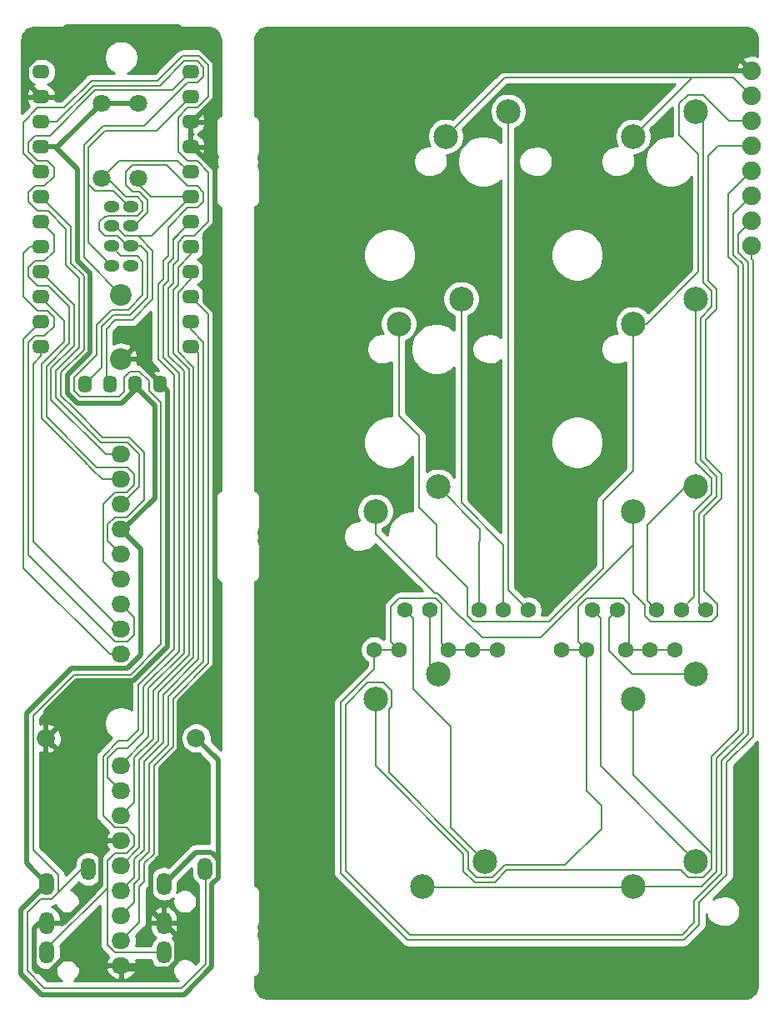
<source format=gbl>
G04 #@! TF.GenerationSoftware,KiCad,Pcbnew,(5.1.9)-1*
G04 #@! TF.CreationDate,2021-04-15T23:23:49+09:00*
G04 #@! TF.ProjectId,ProMicro__________,50726f4d-6963-4726-9ffa-7f5fe6e135fa,rev?*
G04 #@! TF.SameCoordinates,Original*
G04 #@! TF.FileFunction,Copper,L2,Bot*
G04 #@! TF.FilePolarity,Positive*
%FSLAX46Y46*%
G04 Gerber Fmt 4.6, Leading zero omitted, Abs format (unit mm)*
G04 Created by KiCad (PCBNEW (5.1.9)-1) date 2021-04-15 23:23:49*
%MOMM*%
%LPD*%
G01*
G04 APERTURE LIST*
G04 #@! TA.AperFunction,ComponentPad*
%ADD10O,1.600000X1.190000*%
G04 #@! TD*
G04 #@! TA.AperFunction,ComponentPad*
%ADD11O,1.900000X1.700000*%
G04 #@! TD*
G04 #@! TA.AperFunction,ComponentPad*
%ADD12O,1.800000X1.439000*%
G04 #@! TD*
G04 #@! TA.AperFunction,ComponentPad*
%ADD13C,1.850000*%
G04 #@! TD*
G04 #@! TA.AperFunction,ComponentPad*
%ADD14O,1.500000X2.300000*%
G04 #@! TD*
G04 #@! TA.AperFunction,ComponentPad*
%ADD15O,1.439000X1.800000*%
G04 #@! TD*
G04 #@! TA.AperFunction,ComponentPad*
%ADD16C,1.800000*%
G04 #@! TD*
G04 #@! TA.AperFunction,ComponentPad*
%ADD17C,2.200000*%
G04 #@! TD*
G04 #@! TA.AperFunction,ComponentPad*
%ADD18C,2.500000*%
G04 #@! TD*
G04 #@! TA.AperFunction,ComponentPad*
%ADD19C,1.900000*%
G04 #@! TD*
G04 #@! TA.AperFunction,ComponentPad*
%ADD20C,1.600000*%
G04 #@! TD*
G04 #@! TA.AperFunction,Conductor*
%ADD21C,0.200000*%
G04 #@! TD*
G04 #@! TA.AperFunction,Conductor*
%ADD22C,0.500000*%
G04 #@! TD*
G04 #@! TA.AperFunction,Conductor*
%ADD23C,0.254000*%
G04 #@! TD*
G04 #@! TA.AperFunction,Conductor*
%ADD24C,0.100000*%
G04 #@! TD*
G04 APERTURE END LIST*
D10*
X9750000Y73130000D03*
X9750000Y75130000D03*
X9750000Y77130000D03*
X9750000Y79130000D03*
X11750000Y73130000D03*
X11750000Y75130000D03*
X11750000Y77130000D03*
X11750000Y79130000D03*
D11*
X10750000Y2000000D03*
X10750000Y4540000D03*
X10750000Y7080000D03*
X10750000Y9620000D03*
X10750000Y12160000D03*
X10750000Y14700000D03*
X10750000Y17240000D03*
X10750000Y19780000D03*
X10750000Y22320000D03*
X10750000Y53920000D03*
X10750000Y51380000D03*
X10750000Y48840000D03*
X10750000Y46300000D03*
X10750000Y43760000D03*
X10750000Y41220000D03*
X10750000Y38680000D03*
X10750000Y36140000D03*
X10750000Y33600000D03*
D12*
X2600000Y92803000D03*
X17820000Y92803000D03*
X17820000Y90263000D03*
X17820000Y87723000D03*
X17820000Y85183000D03*
X17820000Y82643000D03*
X17820000Y80103000D03*
X17820000Y77563000D03*
X17820000Y75023000D03*
X17820000Y72483000D03*
X17820000Y69943000D03*
X17820000Y67403000D03*
X17820000Y64863000D03*
X2600000Y90263000D03*
X2600000Y87723000D03*
X2600000Y85183000D03*
X2600000Y82643000D03*
X2600000Y80103000D03*
X2600000Y77563000D03*
X2600000Y75023000D03*
X2600000Y72483000D03*
X2600000Y69943000D03*
X2600000Y67403000D03*
X2600000Y64863000D03*
D13*
X3130000Y25095000D03*
X18370000Y25095000D03*
D14*
X19300000Y11800000D03*
X15100000Y10300000D03*
X15100000Y6300000D03*
X15100000Y3300000D03*
X7410000Y11800000D03*
X3210000Y10300000D03*
X3210000Y6300000D03*
X3210000Y3300000D03*
D15*
X7060000Y61070000D03*
X9600000Y61070000D03*
X12140000Y61070000D03*
X14680000Y61070000D03*
D16*
X12500000Y89620000D03*
X12500000Y82000000D03*
X8750000Y82000000D03*
X8750000Y89620000D03*
D17*
X10750000Y70110000D03*
X10750000Y63610000D03*
D18*
X36583750Y29090000D03*
X42933750Y31630000D03*
X62777500Y29090000D03*
X69127500Y31630000D03*
X62777500Y67190000D03*
X69127500Y69730000D03*
X62777500Y86240000D03*
X69127500Y88780000D03*
X43727500Y86240000D03*
X50077500Y88780000D03*
X45315000Y69730000D03*
X38965000Y67190000D03*
X36583750Y48140000D03*
X42933750Y50680000D03*
X41346250Y10040000D03*
X47696250Y12580000D03*
D19*
X74817500Y92900000D03*
X74817500Y90360000D03*
X74817500Y87820000D03*
X74817500Y85280000D03*
X74817500Y82740000D03*
X74817500Y80200000D03*
X74817500Y77660000D03*
X74817500Y75120000D03*
D18*
X62777500Y48140000D03*
X69127500Y50680000D03*
X69127500Y12580000D03*
X62777500Y10040000D03*
D20*
X67017563Y34090573D03*
X70157437Y38109427D03*
X67657437Y38109427D03*
X64517563Y34090573D03*
X62017563Y34090573D03*
X65157437Y38109427D03*
X61157437Y38109427D03*
X58017563Y34090573D03*
X58657437Y38109427D03*
X55517563Y34090573D03*
X52107437Y38109427D03*
X48967563Y34090573D03*
X46467563Y34090573D03*
X49607437Y38109427D03*
X43967563Y34090573D03*
X47107437Y38109427D03*
X42107437Y38109427D03*
X38967563Y34090573D03*
X36467563Y34090573D03*
X39607437Y38109427D03*
D21*
X4640470Y62252700D02*
X4640470Y59887300D01*
X6949959Y64562189D02*
X4640470Y62252700D01*
X5649969Y73371527D02*
X6949959Y72071537D01*
X6949959Y72071537D02*
X6949959Y64562189D01*
X5649969Y77053031D02*
X5649969Y73371527D01*
X2600000Y80103000D02*
X5649969Y77053031D01*
X11327791Y47550010D02*
X10132229Y47550010D01*
X10132229Y47550010D02*
X9399990Y46817771D01*
X9399990Y46817771D02*
X9399990Y45110010D01*
X9399990Y45110010D02*
X10750000Y43760000D01*
X13100030Y49322249D02*
X11327791Y47550010D01*
X4640470Y59887300D02*
X5953885Y58573885D01*
X13100030Y54144871D02*
X13100030Y53380030D01*
X11574881Y55670020D02*
X13100030Y54144871D01*
X8857750Y55670020D02*
X11574881Y55670020D01*
X5953885Y58573885D02*
X8857750Y55670020D01*
X13100030Y53380030D02*
X13100030Y49322249D01*
X43727500Y86240000D02*
X49737490Y92249990D01*
X72927510Y92249990D02*
X74817500Y90360000D01*
X71531490Y92249990D02*
X72927510Y92249990D01*
X70769490Y92249990D02*
X71531490Y92249990D01*
X49737490Y92249990D02*
X64847510Y92249990D01*
X68787490Y92249990D02*
X69707490Y92249990D01*
X62777500Y86240000D02*
X68787490Y92249990D01*
X69707490Y92249990D02*
X70769490Y92249990D01*
X64847510Y92249990D02*
X69707490Y92249990D01*
X2600000Y77563000D02*
X3900010Y76262990D01*
X3900010Y76262990D02*
X3900010Y74559284D01*
X3900010Y74559284D02*
X2943236Y73602510D01*
X2943236Y73602510D02*
X1955784Y73602510D01*
X1299990Y72946716D02*
X1299990Y72019284D01*
X1299990Y72019284D02*
X2256764Y71062510D01*
X2256764Y71062510D02*
X3313370Y71062510D01*
X5449929Y68925951D02*
X5449929Y65183519D01*
X1955784Y73602510D02*
X1299990Y72946716D01*
X5449929Y65183519D02*
X3140440Y62874030D01*
X3313370Y71062510D02*
X5449929Y68925951D01*
X3140440Y62874030D02*
X3140440Y59749560D01*
X3140440Y59749560D02*
X3140440Y59265970D01*
X3140440Y59265970D02*
X3140442Y59265968D01*
X8899980Y48857761D02*
X8899980Y43070020D01*
X10132229Y50090010D02*
X8899980Y48857761D01*
X11327791Y50090010D02*
X10132229Y50090010D01*
X8899980Y43070020D02*
X10750000Y41220000D01*
X12100010Y50862229D02*
X11327791Y50090010D01*
X12100010Y51897771D02*
X12100010Y50862229D01*
X11367771Y52630010D02*
X12100010Y51897771D01*
X8273531Y52630010D02*
X11367771Y52630010D01*
X3140440Y57763101D02*
X8273531Y52630010D01*
X3140440Y59749560D02*
X3140440Y57763101D01*
X62777500Y52254000D02*
X62777500Y67190000D01*
X59737499Y49213999D02*
X62777500Y52254000D01*
X59737499Y42379731D02*
X59737499Y49213999D01*
X54267194Y36909426D02*
X59737499Y42379731D01*
X45907436Y37533426D02*
X46531436Y36909426D01*
X46531436Y36909426D02*
X54267194Y36909426D01*
X45907436Y40395188D02*
X45907436Y37533426D01*
X42793751Y46752001D02*
X42793751Y43508873D01*
X42793751Y43508873D02*
X45907436Y40395188D01*
X41035500Y48510252D02*
X42793751Y46752001D01*
X38965000Y57848502D02*
X41035500Y55778002D01*
X41035500Y55778002D02*
X41035500Y48510252D01*
X38965000Y67190000D02*
X38965000Y57848502D01*
X69417479Y72461981D02*
X64145498Y67190000D01*
X69417479Y84422023D02*
X69417479Y72461981D01*
X67477499Y86362003D02*
X69417479Y84422023D01*
X67477499Y89572001D02*
X67477499Y86362003D01*
X68361498Y90456000D02*
X67477499Y89572001D01*
X69893502Y90456000D02*
X68361498Y90456000D01*
X64145498Y67190000D02*
X62777500Y67190000D01*
X72529502Y87820000D02*
X69893502Y90456000D01*
X74817500Y87820000D02*
X72529502Y87820000D01*
X12100010Y37329990D02*
X10750000Y38680000D01*
X12100010Y35622229D02*
X12100010Y37329990D01*
X11367771Y34889990D02*
X12100010Y35622229D01*
X2600000Y75023000D02*
X1500000Y75023000D01*
X1500000Y75023000D02*
X799982Y74322982D01*
X1299990Y65326716D02*
X1299990Y43722228D01*
X799982Y74322982D02*
X799982Y69979292D01*
X799982Y69979292D02*
X2256764Y68522510D01*
X1299990Y43722228D02*
X10132229Y34889990D01*
X2256764Y68522510D02*
X3244216Y68522510D01*
X10132229Y34889990D02*
X11367771Y34889990D01*
X3244216Y68522510D02*
X3900010Y67866716D01*
X3900010Y66939284D02*
X2943236Y65982510D01*
X2943236Y65982510D02*
X1955784Y65982510D01*
X3900010Y67866716D02*
X3900010Y66939284D01*
X1955784Y65982510D02*
X1299990Y65326716D01*
X62777500Y45019998D02*
X62777500Y48140000D01*
X62777500Y45600000D02*
X62777500Y45019998D01*
X62777500Y45600000D02*
X62777500Y48140000D01*
X62777500Y39782244D02*
X62777500Y45600000D01*
X63957436Y38602308D02*
X62777500Y39782244D01*
X63957436Y37533426D02*
X63957436Y38602308D01*
X64581436Y36909426D02*
X63957436Y37533426D01*
X70733438Y36909426D02*
X64581436Y36909426D01*
X71357438Y37533426D02*
X70733438Y36909426D01*
X74817500Y85280000D02*
X71397498Y85280000D01*
X70417499Y84300001D02*
X70417499Y71589123D01*
X69987521Y40055345D02*
X71357438Y38685428D01*
X71277511Y70729111D02*
X71277511Y68730889D01*
X71397498Y85280000D02*
X70417499Y84300001D01*
X71357438Y38685428D02*
X71357438Y37533426D01*
X71277511Y68730889D02*
X70127520Y67580898D01*
X70127520Y67580898D02*
X70127520Y53536222D01*
X70417499Y71589123D02*
X71277511Y70729111D01*
X70127520Y53536222D02*
X71777521Y51886221D01*
X69987521Y47683779D02*
X69987521Y40055345D01*
X71777521Y51886221D02*
X71777521Y49473779D01*
X71777521Y49473779D02*
X69987521Y47683779D01*
X62777500Y44712612D02*
X62777500Y48140000D01*
X47443168Y35290574D02*
X53355462Y35290574D01*
X45413742Y37320000D02*
X47443168Y35290574D01*
X45379986Y37320000D02*
X45413742Y37320000D01*
X42890548Y39809438D02*
X45379986Y37320000D01*
X53355462Y35290574D02*
X62777500Y44712612D01*
X42632310Y39809438D02*
X42890548Y39809438D01*
X36583750Y45857998D02*
X42632310Y39809438D01*
X36583750Y48140000D02*
X36583750Y45857998D01*
X10196880Y12160000D02*
X10070000Y12160000D01*
X16519990Y70406716D02*
X17820000Y71706726D01*
X17820000Y71706726D02*
X17820000Y72483000D01*
X16519990Y64399284D02*
X16519990Y70406716D01*
X14531020Y29714871D02*
X18119990Y33303840D01*
X14531020Y24828382D02*
X14531020Y29714871D01*
X18119990Y62799284D02*
X16519990Y64399284D01*
X18119990Y33303840D02*
X18119990Y62799284D01*
X10784901Y12160000D02*
X12600020Y13975119D01*
X10750000Y12160000D02*
X10784901Y12160000D01*
X12600020Y13975119D02*
X12600020Y22897382D01*
X12600020Y22897382D02*
X13381319Y23678681D01*
X13381319Y23678681D02*
X14531020Y24828382D01*
X62777500Y21372002D02*
X62777500Y29090000D01*
X70777501Y13372001D02*
X62777500Y21372002D01*
X68335499Y10929999D02*
X69919501Y10929999D01*
X67575497Y11690001D02*
X68335499Y10929999D01*
X48695361Y10429989D02*
X49955373Y11690001D01*
X46697139Y10429989D02*
X48695361Y10429989D01*
X69919501Y10929999D02*
X70777501Y11787999D01*
X45546239Y11580889D02*
X46697139Y10429989D01*
X49955373Y11690001D02*
X67575497Y11690001D01*
X36583750Y22278260D02*
X45546239Y13315771D01*
X45546239Y13315771D02*
X45546239Y11580889D01*
X36583750Y29090000D02*
X36583750Y22278260D01*
X70777501Y11787999D02*
X70777501Y12949999D01*
X70777501Y12949999D02*
X70777501Y13372001D01*
X72467479Y80389979D02*
X74817500Y82740000D01*
X72467479Y74005159D02*
X72467479Y80389979D01*
X73445069Y73027569D02*
X72467479Y74005159D01*
X73437501Y73020001D02*
X73445069Y73027569D01*
X73437501Y25901999D02*
X73437501Y73020001D01*
X70777501Y23241999D02*
X73437501Y25901999D01*
X70777501Y12949999D02*
X70777501Y23241999D01*
X11220000Y9620000D02*
X10070000Y9620000D01*
X15031030Y29507761D02*
X15031030Y24621272D01*
X18620000Y33096731D02*
X15031030Y29507761D01*
X18620000Y64230000D02*
X18620000Y33096731D01*
X17987000Y64863000D02*
X18620000Y64230000D01*
X17820000Y64863000D02*
X17987000Y64863000D01*
X10750000Y9620000D02*
X12100010Y10970010D01*
X12100010Y10970010D02*
X12100010Y12767989D01*
X12100010Y12767989D02*
X13100030Y13768009D01*
X13100030Y13768009D02*
X13100030Y22690272D01*
X13100030Y22690272D02*
X14304879Y23895121D01*
X15031030Y24621272D02*
X14304879Y23895121D01*
X62667479Y9929979D02*
X62777500Y10040000D01*
X41456271Y9929979D02*
X62667479Y9929979D01*
X41346250Y10040000D02*
X41456271Y9929979D01*
X71277511Y23034889D02*
X71277511Y11580889D01*
X71277511Y11580889D02*
X69736622Y10040000D01*
X73937511Y25694889D02*
X71277511Y23034889D01*
X73945077Y71127566D02*
X73937511Y71120000D01*
X73945077Y73234681D02*
X73945077Y71127566D01*
X73937511Y71120000D02*
X73937511Y25694889D01*
X72967489Y74212269D02*
X73945077Y73234681D01*
X72967489Y78349989D02*
X72967489Y74212269D01*
X69736622Y10040000D02*
X62777500Y10040000D01*
X74817500Y80200000D02*
X72967489Y78349989D01*
D22*
X3640000Y25095000D02*
X3640000Y24350000D01*
X17820000Y87723000D02*
X17820000Y85183000D01*
X4862002Y6300000D02*
X3260000Y6300000D01*
X9350000Y14700000D02*
X8760010Y14110010D01*
X10800000Y14700000D02*
X9350000Y14700000D01*
X7566001Y9003999D02*
X4862002Y6300000D01*
X8760010Y14160010D02*
X9300000Y14700000D01*
X3260000Y6300000D02*
X2400000Y6300000D01*
X2400000Y6300000D02*
X1875030Y5775030D01*
X1875030Y1704222D02*
X2189242Y1390010D01*
X1875030Y5775030D02*
X1875030Y1704222D01*
X7911001Y9348999D02*
X8710010Y10148008D01*
X7911001Y9348999D02*
X7566001Y9003999D01*
X8710010Y14110010D02*
X9300000Y14700000D01*
X8710010Y10148008D02*
X8710010Y14110010D01*
X15658481Y1599990D02*
X11150010Y1599990D01*
X15120000Y6300000D02*
X16420010Y4999990D01*
X11150010Y1599990D02*
X10750000Y2000000D01*
X16420010Y2361519D02*
X15658481Y1599990D01*
X14680000Y61235634D02*
X14680000Y61070000D01*
X12305634Y63610000D02*
X14680000Y61235634D01*
X10750000Y63610000D02*
X12305634Y63610000D01*
X20270030Y90030052D02*
X17962978Y87723000D01*
X20270030Y93743068D02*
X20270030Y90030052D01*
X17962978Y87723000D02*
X17820000Y87723000D01*
X16588108Y97424990D02*
X20270030Y93743068D01*
X1149990Y93328848D02*
X5246132Y97424990D01*
X1149990Y91713010D02*
X1149990Y93328848D01*
X5246132Y97424990D02*
X16588108Y97424990D01*
X2600000Y90263000D02*
X1149990Y91713010D01*
X9300000Y14700000D02*
X10750000Y14700000D01*
X3130000Y20870000D02*
X9300000Y14700000D01*
X3130000Y25095000D02*
X3130000Y20870000D01*
X3130000Y27791496D02*
X3130000Y25095000D01*
X11968387Y30899970D02*
X6238474Y30899970D01*
X15469940Y34401524D02*
X11968387Y30899970D01*
X15469940Y60420060D02*
X15469940Y34401524D01*
X6238474Y30899970D02*
X3130000Y27791496D01*
X14820000Y61070000D02*
X15469940Y60420060D01*
X14680000Y61070000D02*
X14820000Y61070000D01*
X13750040Y7669960D02*
X15120000Y6300000D01*
X13750040Y12083668D02*
X13750040Y7669960D01*
X13750040Y12083668D02*
X13750040Y7649960D01*
X3538501Y1390010D02*
X2189242Y1390010D01*
X4798491Y2650001D02*
X3538501Y1390010D01*
X5862001Y2650001D02*
X4798491Y2650001D01*
X6512002Y2000000D02*
X5862001Y2650001D01*
X10750000Y2000000D02*
X6512002Y2000000D01*
X14533186Y12866814D02*
X14750060Y13083688D01*
X13750040Y12083668D02*
X14533186Y12866814D01*
X14750060Y13083688D02*
X13750040Y12083668D01*
X13750040Y7649960D02*
X15100000Y6300000D01*
X13750040Y10159960D02*
X13750040Y7649960D01*
X13750040Y12083668D02*
X13750040Y10159960D01*
X16420010Y4979990D02*
X15100000Y6300000D01*
X16420010Y3670010D02*
X16420010Y4979990D01*
X16420010Y4999990D02*
X16420010Y3670010D01*
X16420010Y3670010D02*
X16420010Y2361519D01*
X16681060Y23937810D02*
X14750060Y22006810D01*
X14750060Y22006810D02*
X14750060Y13083688D01*
X16681060Y28824299D02*
X16681060Y23937810D01*
X20270030Y32413269D02*
X16681060Y28824299D01*
X20270030Y68412222D02*
X20270030Y32413269D01*
X19270010Y69412242D02*
X20270030Y68412222D01*
X20270030Y82875948D02*
X20270030Y77330052D01*
X19270010Y76330032D02*
X19270010Y69412242D01*
X17962978Y85183000D02*
X20270030Y82875948D01*
X20270030Y77330052D02*
X19270010Y76330032D01*
X17820000Y85183000D02*
X17962978Y85183000D01*
X74817500Y92900000D02*
X33065500Y92900000D01*
X33065500Y92900000D02*
X31637500Y91472000D01*
D21*
X2542510Y78682510D02*
X2256764Y78682510D01*
X2256764Y78682510D02*
X3007490Y78682510D01*
X2542510Y78682510D02*
X3007490Y78682510D01*
X2542510Y78682510D02*
X2697490Y78682510D01*
X2697490Y78682510D02*
X2890000Y78682510D01*
X6449949Y64769299D02*
X4140460Y62459810D01*
X4140460Y62459810D02*
X4140460Y61189540D01*
X6449949Y71864427D02*
X6449949Y64769299D01*
X5149959Y73164417D02*
X6449949Y71864427D01*
X5149959Y76845921D02*
X5149959Y73164417D01*
X3313370Y78682510D02*
X5149959Y76845921D01*
X2697490Y78682510D02*
X3313370Y78682510D01*
X4140460Y61189540D02*
X4140460Y60300460D01*
X4140460Y60300460D02*
X4140460Y59680190D01*
X10784901Y48840000D02*
X10750000Y48840000D01*
X12600020Y50655119D02*
X10784901Y48840000D01*
X5520325Y58300325D02*
X8650640Y55170010D01*
X4140460Y59680190D02*
X5520325Y58300325D01*
X12600020Y53937761D02*
X12600020Y52699980D01*
X11367771Y55170010D02*
X12600020Y53937761D01*
X8650640Y55170010D02*
X11367771Y55170010D01*
X12600020Y52699980D02*
X12600020Y50655119D01*
X1299990Y80566716D02*
X1299990Y79639284D01*
X1299990Y79639284D02*
X2256764Y78682510D01*
X15937001Y90920001D02*
X8125999Y90920001D01*
X17820000Y92803000D02*
X15937001Y90920001D01*
X8125999Y90920001D02*
X3508508Y86302510D01*
X1955784Y86302510D02*
X1299990Y85646716D01*
X1299990Y84719284D02*
X2256764Y83762510D01*
X1299990Y85646716D02*
X1299990Y84719284D01*
X1955784Y81222510D02*
X1299990Y80566716D01*
X3508508Y86302510D02*
X1955784Y86302510D01*
X2256764Y83762510D02*
X3244216Y83762510D01*
X3244216Y83762510D02*
X3900010Y83106716D01*
X3900010Y83106716D02*
X3900010Y82179284D01*
X3900010Y82179284D02*
X2943236Y81222510D01*
X2943236Y81222510D02*
X1955784Y81222510D01*
D22*
X5290480Y61983458D02*
X5290480Y61605520D01*
X5290480Y61605520D02*
X5290480Y61156480D01*
X5290480Y61156480D02*
X5290480Y60156542D01*
X18320010Y13500010D02*
X19858481Y13500010D01*
X15120000Y10300000D02*
X18320010Y13500010D01*
X2600000Y85183000D02*
X4036979Y85183000D01*
X4036979Y85183000D02*
X6299979Y82920000D01*
X6299979Y73640769D02*
X6299981Y73640767D01*
X6299979Y82920000D02*
X6299979Y73640769D01*
X6299981Y73640767D02*
X7599969Y72340779D01*
X12140000Y60466748D02*
X12140000Y61070000D01*
X5290480Y60156542D02*
X6327042Y59119980D01*
X5290480Y61983458D02*
X5290480Y60156542D01*
X7599969Y64292947D02*
X5290480Y61983458D01*
X10793232Y59119980D02*
X12140000Y60466748D01*
X7599969Y72340779D02*
X7599969Y64292947D01*
X6327042Y59119980D02*
X8620020Y59119980D01*
X8620020Y59119980D02*
X10793232Y59119980D01*
X3210000Y10300000D02*
X575010Y7665010D01*
X575010Y7665010D02*
X575010Y2665010D01*
X575010Y2665010D02*
X575010Y1165738D01*
X20600010Y12758480D02*
X20079245Y13279245D01*
X17169233Y-950021D02*
X19970010Y1850756D01*
X19970010Y1850756D02*
X19970010Y10231519D01*
X2690769Y-950021D02*
X17169233Y-950021D01*
X575010Y1165738D02*
X2690769Y-950021D01*
X19858481Y13500010D02*
X20079245Y13279245D01*
X20224245Y10485755D02*
X20600010Y10861519D01*
X19970010Y10231519D02*
X20224245Y10485755D01*
X20600010Y22864990D02*
X18370000Y25095000D01*
X20600010Y12189990D02*
X20600010Y22864990D01*
X20600010Y10861519D02*
X20600010Y12189990D01*
X20600010Y12189990D02*
X20600010Y12758480D01*
X12750020Y33520107D02*
X11429903Y32199990D01*
X12750020Y44299980D02*
X12750020Y33520107D01*
X10750000Y46300000D02*
X12750020Y44299980D01*
X1154989Y12355011D02*
X3210000Y10300000D01*
X1154989Y27654989D02*
X1154989Y12355011D01*
X5699990Y32199990D02*
X1154989Y27654989D01*
X11429903Y32199990D02*
X5699990Y32199990D01*
X8750000Y89620000D02*
X12500000Y89620000D01*
X4313000Y85183000D02*
X2600000Y85183000D01*
X8750000Y89620000D02*
X4313000Y85183000D01*
X12140000Y60927022D02*
X12140000Y61070000D01*
X14169920Y49472887D02*
X14169920Y58897102D01*
X14169920Y58897102D02*
X12140000Y60927022D01*
X10997033Y46300000D02*
X14169920Y49472887D01*
X10750000Y46300000D02*
X10997033Y46300000D01*
D21*
X17820000Y77563000D02*
X16530500Y76273500D01*
X16530500Y76273500D02*
X16530500Y76204346D01*
X16530500Y76204346D02*
X16019980Y75693826D01*
X16019980Y75693826D02*
X16019980Y73860946D01*
X16019980Y75762980D02*
X16019980Y73860946D01*
X17820000Y77563000D02*
X16019980Y75762980D01*
X10417130Y24030010D02*
X9399990Y23012870D01*
X13030990Y30336201D02*
X13030990Y25671010D01*
X13030990Y25671010D02*
X11389990Y24030010D01*
X16619960Y33925172D02*
X13030990Y30336201D01*
X16619960Y62177954D02*
X16619960Y33925172D01*
X9399990Y21130010D02*
X10750000Y19780000D01*
X15019960Y63777954D02*
X16619960Y62177954D01*
X15019960Y71028046D02*
X15019960Y63777954D01*
X15519970Y71528056D02*
X15019960Y71028046D01*
X11389990Y24030010D02*
X10417130Y24030010D01*
X15519970Y73360936D02*
X15519970Y71528056D01*
X9399990Y23012870D02*
X9399990Y21130010D01*
X16019980Y73860946D02*
X15519970Y73360936D01*
X10608398Y22320000D02*
X10070000Y22320000D01*
X13531000Y25242602D02*
X10608398Y22320000D01*
X13531000Y30129091D02*
X13531000Y25242602D01*
X17119970Y33718062D02*
X13531000Y30129091D01*
X17119970Y62385064D02*
X17119970Y33718062D01*
X15519970Y63985064D02*
X17119970Y62385064D01*
X15519970Y70820936D02*
X15519970Y63985064D01*
X16019980Y71320946D02*
X15519970Y70820936D01*
X17175784Y76142510D02*
X16519990Y75486716D01*
X19620020Y77599294D02*
X18163236Y76142510D01*
X18163236Y76142510D02*
X17175784Y76142510D01*
X16519990Y75486716D02*
X16519990Y73653836D01*
X16519990Y73653836D02*
X16019980Y73153826D01*
X16019980Y73153826D02*
X16019980Y71320946D01*
X19620020Y82606706D02*
X19620020Y77599294D01*
X17476764Y83762510D02*
X18464216Y83762510D01*
X18464216Y83762510D02*
X19620020Y82606706D01*
X16519990Y88186716D02*
X16519990Y84719284D01*
X2600000Y82643000D02*
X2600000Y82712154D01*
X799980Y84512174D02*
X799980Y87686706D01*
X18464216Y89143490D02*
X17476764Y89143490D01*
X2600000Y82712154D02*
X799980Y84512174D01*
X799980Y87686706D02*
X2256764Y89143490D01*
X17476764Y89143490D02*
X16519990Y88186716D01*
X2256764Y89143490D02*
X4935248Y89143490D01*
X16968674Y94422520D02*
X18671326Y94422520D01*
X7711779Y91920021D02*
X14466175Y91920021D01*
X4935248Y89143490D02*
X7711779Y91920021D01*
X14466175Y91920021D02*
X16968674Y94422520D01*
X18671326Y94422520D02*
X19620020Y93473826D01*
X19620020Y93473826D02*
X19620020Y90299294D01*
X16519990Y84719284D02*
X17476764Y83762510D01*
X19620020Y90299294D02*
X18464216Y89143490D01*
X5949939Y64976409D02*
X3640450Y62666920D01*
X5949939Y69133061D02*
X5949939Y64976409D01*
X2600000Y72483000D02*
X5949939Y69133061D01*
X9193530Y53920000D02*
X10750000Y53920000D01*
X3640450Y59473080D02*
X9193530Y53920000D01*
X3640450Y59759550D02*
X3640450Y59473080D01*
X3640450Y62666920D02*
X3640450Y59759550D01*
X2600000Y69943000D02*
X2600000Y69873846D01*
X2600000Y69873846D02*
X4949919Y67523927D01*
X4949919Y65390629D02*
X2640430Y63081140D01*
X4949919Y67523927D02*
X4949919Y65390629D01*
X2640430Y63081140D02*
X2640430Y57555991D01*
X2640430Y57555991D02*
X6873210Y53323210D01*
X6873210Y53323210D02*
X7219960Y52976461D01*
X8816420Y51380000D02*
X7828210Y52368210D01*
X10750000Y51380000D02*
X8816420Y51380000D01*
X6873210Y53323210D02*
X7828210Y52368210D01*
X10070000Y7080000D02*
X11220000Y7080000D01*
X10750000Y7080000D02*
X12100010Y8430010D01*
X12100010Y8430010D02*
X12100010Y10262890D01*
X12100010Y10262890D02*
X12600020Y10762900D01*
X15531040Y24414162D02*
X15531040Y29300651D01*
X12600020Y10762900D02*
X12600020Y12560020D01*
X12600020Y12560020D02*
X13294570Y13254570D01*
X13294570Y13254570D02*
X13294570Y13255430D01*
X13294570Y13255430D02*
X13600040Y13560899D01*
X17820000Y66626726D02*
X17820000Y67403000D01*
X13600040Y13560899D02*
X13600040Y22483162D01*
X13600040Y22483162D02*
X15531040Y24414162D01*
X15531040Y29300651D02*
X19120010Y32889622D01*
X19120010Y32889622D02*
X19120010Y65326716D01*
X19120010Y65326716D02*
X17820000Y66626726D01*
X55517563Y34090573D02*
X58017563Y34090573D01*
X62357438Y34430448D02*
X62017563Y34090573D01*
X62357438Y38685428D02*
X62357438Y34430448D01*
X61733438Y39309428D02*
X62357438Y38685428D01*
X58081436Y39309428D02*
X61733438Y39309428D01*
X57217564Y38445556D02*
X58081436Y39309428D01*
X57217564Y34890572D02*
X57217564Y38445556D01*
X58017563Y34090573D02*
X57217564Y34890572D01*
X62017563Y34090573D02*
X67017563Y34090573D01*
X73467499Y74419379D02*
X73467499Y76309999D01*
X71777521Y22827779D02*
X74437521Y25487779D01*
X68987501Y8583759D02*
X71777521Y11373779D01*
X68987501Y6347999D02*
X68987501Y8583759D01*
X74445087Y43217587D02*
X74445087Y73441791D01*
X40058249Y5099999D02*
X67739501Y5099999D01*
X33543749Y11614499D02*
X40058249Y5099999D01*
X33543749Y28492001D02*
X33543749Y11614499D01*
X35791749Y30740001D02*
X33543749Y28492001D01*
X46046249Y11787999D02*
X46046249Y13522881D01*
X38233751Y28297999D02*
X38233751Y29882001D01*
X67739501Y5099999D02*
X68987501Y6347999D01*
X37987500Y21581630D02*
X37987500Y28051748D01*
X48488251Y10929999D02*
X46904249Y10929999D01*
X74437521Y43210021D02*
X74445087Y43217587D01*
X46904249Y10929999D02*
X46046249Y11787999D01*
X46046249Y13522881D02*
X37987500Y21581630D01*
X74437521Y25487779D02*
X74437521Y43210021D01*
X37987500Y28051748D02*
X38233751Y28297999D01*
X73467499Y76309999D02*
X74817500Y77660000D01*
X74445087Y73441791D02*
X73467499Y74419379D01*
X38233751Y29882001D02*
X37375751Y30740001D01*
X71777521Y11373779D02*
X71777521Y22827779D01*
X37375751Y30740001D02*
X35791749Y30740001D01*
X58017563Y19745939D02*
X59537501Y18226001D01*
X58017563Y34090573D02*
X58017563Y19745939D01*
X59537501Y15873999D02*
X55853513Y12190011D01*
X59537501Y18226001D02*
X59537501Y15873999D01*
X55853513Y12190011D02*
X49748263Y12190011D01*
X49748263Y12190011D02*
X49517876Y11959624D01*
X49517876Y11959624D02*
X48488251Y10929999D01*
X19620020Y68142980D02*
X17820000Y69943000D01*
X16031050Y29093541D02*
X19620020Y32682511D01*
X16031050Y24207052D02*
X16031050Y29093541D01*
X14100050Y22276052D02*
X16031050Y24207052D01*
X14100050Y13352930D02*
X14100050Y22276052D01*
X13100030Y10555790D02*
X13100030Y12352910D01*
X12600020Y10055780D02*
X13100030Y10555790D01*
X19620020Y32682511D02*
X19620020Y68142980D01*
X12600020Y6390020D02*
X12600020Y10055780D01*
X13100030Y12352910D02*
X14100050Y13352930D01*
X10750000Y4540000D02*
X12600020Y6390020D01*
X36467563Y34090573D02*
X38967563Y34090573D01*
X43307438Y34750698D02*
X43967563Y34090573D01*
X43307438Y38685428D02*
X43307438Y34750698D01*
X42683438Y39309428D02*
X43307438Y38685428D01*
X39031436Y39309428D02*
X42683438Y39309428D01*
X38167564Y38445556D02*
X39031436Y39309428D01*
X38167564Y34890572D02*
X38167564Y38445556D01*
X38967563Y34090573D02*
X38167564Y34890572D01*
X43967563Y34090573D02*
X48967563Y34090573D01*
X74817500Y73776498D02*
X74817500Y75120000D01*
X36467563Y34090573D02*
X36467563Y32122935D01*
X67946611Y4599989D02*
X69487511Y6140889D01*
X36467563Y32122935D02*
X33043739Y28699111D01*
X69487511Y8376649D02*
X72277531Y11166669D01*
X33043739Y28699111D02*
X33043739Y11407389D01*
X39851139Y4599989D02*
X67946611Y4599989D01*
X74945097Y73648901D02*
X74817500Y73776498D01*
X33043739Y11407389D02*
X39851139Y4599989D01*
X69487511Y6140889D02*
X69487511Y8376649D01*
X72277531Y11166669D02*
X72277531Y22620669D01*
X72277531Y22620669D02*
X74937531Y25280669D01*
X74937531Y43002911D02*
X74945097Y43010477D01*
X74937531Y25280669D02*
X74937531Y43002911D01*
X74945097Y43010477D02*
X74945097Y73648901D01*
X16519990Y71113836D02*
X16519990Y72946716D01*
X16019980Y70613826D02*
X16519990Y71113836D01*
X17820000Y74246726D02*
X17820000Y75023000D01*
X16519990Y72946716D02*
X17820000Y74246726D01*
X14031010Y29921981D02*
X17619980Y33510951D01*
X17619980Y62592174D02*
X16019980Y64192174D01*
X14031010Y25035492D02*
X14031010Y29921981D01*
X12100010Y23104492D02*
X14031010Y25035492D01*
X16019980Y64192174D02*
X16019980Y70613826D01*
X17619980Y33510951D02*
X17619980Y62592174D01*
X12100010Y18590010D02*
X12100010Y23104492D01*
X10750000Y17240000D02*
X12100010Y18590010D01*
X2600000Y63943500D02*
X1800000Y63143500D01*
X2600000Y64863000D02*
X2600000Y63943500D01*
X1800000Y45090000D02*
X10750000Y36140000D01*
X1800000Y45460000D02*
X1800000Y45090000D01*
X1800000Y63143500D02*
X1800000Y45460000D01*
X2600000Y67403000D02*
X799980Y65602980D01*
X9600000Y33600000D02*
X10750000Y33600000D01*
X799980Y42400020D02*
X9600000Y33600000D01*
X799980Y44080020D02*
X799980Y42400020D01*
X799980Y65602980D02*
X799980Y44080020D01*
X3210000Y3728746D02*
X3210000Y3300000D01*
X9360020Y9878766D02*
X3210000Y3728746D01*
X15109990Y3289990D02*
X15120000Y3300000D01*
X9360020Y4062199D02*
X10132229Y3289990D01*
X10132229Y3289990D02*
X15109990Y3289990D01*
X9360020Y10179980D02*
X9360020Y4062199D01*
X9360020Y10179980D02*
X9360020Y9878766D01*
X9360020Y12637801D02*
X9360020Y10179980D01*
X10132229Y13410010D02*
X9360020Y12637801D01*
X12100010Y14182229D02*
X11327791Y13410010D01*
X12100010Y15217771D02*
X12100010Y14182229D01*
X11327791Y15989990D02*
X12100010Y15217771D01*
X10132229Y15989990D02*
X11327791Y15989990D01*
X8899980Y17222239D02*
X10132229Y15989990D01*
X15399273Y83300001D02*
X17476764Y81222510D01*
X11199999Y82624001D02*
X11875999Y83300001D01*
X11875999Y83300001D02*
X15399273Y83300001D01*
X8899980Y23219980D02*
X8899980Y17222239D01*
X19120010Y80566716D02*
X19120010Y79639284D01*
X11199999Y81290001D02*
X11199999Y82624001D01*
X11864980Y80625020D02*
X11199999Y81290001D01*
X10480000Y24800000D02*
X8899980Y23219980D01*
X17476764Y81222510D02*
X18464216Y81222510D01*
X18464216Y81222510D02*
X19120010Y80566716D01*
X17476764Y78983490D02*
X15519970Y77026696D01*
X13450020Y78490020D02*
X13450020Y79749256D01*
X12090000Y77130000D02*
X13450020Y78490020D01*
X13450020Y79749256D02*
X12574256Y80625020D01*
X18464216Y78983490D02*
X17476764Y78983490D01*
X11327791Y13410010D02*
X10132229Y13410010D01*
X11750000Y77130000D02*
X12090000Y77130000D01*
X19120010Y79639284D02*
X18464216Y78983490D01*
X12574256Y80625020D02*
X11864980Y80625020D01*
X15019960Y71735166D02*
X14519950Y71235156D01*
X15519970Y77026696D02*
X15519970Y74068056D01*
X11420000Y24800000D02*
X10480000Y24800000D01*
X15519970Y74068056D02*
X15019960Y73568046D01*
X15019960Y73568046D02*
X15019960Y71735166D01*
X14519950Y71235156D02*
X14519950Y63570844D01*
X14519950Y63570844D02*
X16119950Y61970844D01*
X16119950Y61970844D02*
X16119950Y34132280D01*
X16119950Y34132280D02*
X12530980Y30543311D01*
X12530980Y30543311D02*
X12530980Y25910980D01*
X12530980Y25910980D02*
X11420000Y24800000D01*
X1225020Y6341379D02*
X1225020Y5245020D01*
X1225020Y5534980D02*
X1225020Y5245020D01*
X1225020Y6341379D02*
X1225020Y5534980D01*
X7410000Y11800000D02*
X6736359Y11800000D01*
X7089998Y11800000D02*
X7460000Y11800000D01*
X19320000Y2119998D02*
X19320000Y11800000D01*
X16899991Y-300011D02*
X19320000Y2119998D01*
X2960011Y-300011D02*
X16899991Y-300011D01*
X1225020Y1434980D02*
X2960011Y-300011D01*
X1225020Y5245020D02*
X1225020Y1434980D01*
X1225020Y5534980D02*
X1225020Y7395768D01*
X3686348Y8749990D02*
X5478179Y10541821D01*
X2579242Y8749990D02*
X3686348Y8749990D01*
X1225020Y7395768D02*
X2579242Y8749990D01*
X6736359Y11800000D02*
X5478179Y10541821D01*
X10754990Y74125010D02*
X9750000Y75130000D01*
X12367146Y74125010D02*
X10754990Y74125010D01*
X12950010Y70090008D02*
X12950010Y73542146D01*
X9749999Y68609999D02*
X11470001Y68609999D01*
X8249979Y67109979D02*
X9749999Y68609999D01*
X8249979Y64023705D02*
X8249979Y67109979D01*
X6596284Y59769990D02*
X5940490Y60425784D01*
X12950010Y73542146D02*
X12367146Y74125010D01*
X11020490Y61714216D02*
X11020490Y60266490D01*
X5478179Y10541821D02*
X4360010Y9423652D01*
X4360010Y9423652D02*
X4360010Y11176349D01*
X5940490Y61714216D02*
X8249979Y64023705D01*
X4360010Y11176349D02*
X1804999Y13731360D01*
X1804999Y13731360D02*
X1804999Y27385747D01*
X11699145Y31549980D02*
X14819930Y34670764D01*
X5940490Y60425784D02*
X5940490Y61714216D01*
X11020490Y60266490D02*
X10523990Y59769990D01*
X13560490Y60425784D02*
X13560490Y61413236D01*
X10523990Y59769990D02*
X6596284Y59769990D01*
X1804999Y27385747D02*
X5969232Y31549980D01*
X5969232Y31549980D02*
X11699145Y31549980D01*
X14819930Y59166344D02*
X13560490Y60425784D01*
X14819930Y34670764D02*
X14819930Y59166344D01*
X11470001Y68609999D02*
X12950010Y70090008D01*
X13560490Y61413236D02*
X12603716Y62370010D01*
X12603716Y62370010D02*
X11676284Y62370010D01*
X11676284Y62370010D02*
X11020490Y61714216D01*
X11750000Y75130000D02*
X11362156Y75130000D01*
X11362156Y75130000D02*
X10367146Y76125010D01*
X9845010Y76125010D02*
X9132854Y76125010D01*
X10367146Y76125010D02*
X9845010Y76125010D01*
X9142834Y76125010D02*
X9845010Y76125010D01*
X9315010Y78125010D02*
X9132854Y78125010D01*
X8549990Y76717854D02*
X9142834Y76125010D01*
X9132854Y78125010D02*
X8549990Y77542146D01*
X9324990Y78134990D02*
X9315010Y78125010D01*
X12367146Y78134990D02*
X9324990Y78134990D01*
X12950010Y79542146D02*
X12950010Y78717854D01*
X8549990Y77542146D02*
X8549990Y76717854D01*
X11257110Y80125010D02*
X12367146Y80125010D01*
X9382120Y82000000D02*
X11257110Y80125010D01*
X12950010Y78717854D02*
X12367146Y78134990D01*
X12367146Y80125010D02*
X12950010Y79542146D01*
X8750000Y82000000D02*
X9382120Y82000000D01*
X10550011Y83800011D02*
X8750000Y82000000D01*
X16482489Y83800011D02*
X10550011Y83800011D01*
X17639500Y82643000D02*
X16482489Y83800011D01*
X17820000Y82643000D02*
X17639500Y82643000D01*
X8749989Y62759989D02*
X7060000Y61070000D01*
X8749989Y66902869D02*
X8749989Y62759989D01*
X9957109Y68109989D02*
X8749989Y66902869D01*
X11677111Y68109989D02*
X9957109Y68109989D01*
X13450020Y69882898D02*
X11677111Y68109989D01*
X13450020Y74429980D02*
X13450020Y69882898D01*
X12750000Y75130000D02*
X13450020Y74429980D01*
X11750000Y75130000D02*
X12750000Y75130000D01*
X7449999Y75430001D02*
X9750000Y73130000D01*
X9126017Y86800019D02*
X7449999Y85124001D01*
X14357019Y86800019D02*
X9126017Y86800019D01*
X17820000Y90263000D02*
X14357019Y86800019D01*
X7449999Y85124001D02*
X7449999Y84089999D01*
X7449999Y81375999D02*
X7449999Y82199999D01*
X8125999Y80699999D02*
X7449999Y81375999D01*
X9975001Y80699999D02*
X8125999Y80699999D01*
X11545000Y79130000D02*
X9975001Y80699999D01*
X11750000Y79130000D02*
X11545000Y79130000D01*
X7449999Y82199999D02*
X7449999Y75430001D01*
X7449999Y84089999D02*
X7449999Y82199999D01*
X12500000Y81406396D02*
X12500000Y82000000D01*
X13803396Y80103000D02*
X12500000Y81406396D01*
X17820000Y80103000D02*
X13803396Y80103000D01*
X10137844Y77130000D02*
X9750000Y77130000D01*
X11132854Y76134990D02*
X10137844Y77130000D01*
X13851990Y76134990D02*
X11132854Y76134990D01*
X17820000Y80103000D02*
X13851990Y76134990D01*
X9249999Y61420001D02*
X9600000Y61070000D01*
X9249999Y66695759D02*
X9249999Y61420001D01*
X10164219Y67609979D02*
X9249999Y66695759D01*
X11884221Y67609979D02*
X10164219Y67609979D01*
X13950030Y69675788D02*
X11884221Y67609979D01*
X13950030Y74637090D02*
X13950030Y69675788D01*
X12452130Y76134990D02*
X13950030Y74637090D01*
X11132854Y76134990D02*
X12452130Y76134990D01*
X6949989Y73910011D02*
X10750000Y70110000D01*
X8918907Y87300029D02*
X6949989Y85331111D01*
X4221878Y87723000D02*
X7918889Y91420011D01*
X7918889Y91420011D02*
X14673285Y91420011D01*
X17476764Y91683490D02*
X13093303Y87300029D01*
X17175784Y93922510D02*
X18464216Y93922510D01*
X2600000Y87723000D02*
X4221878Y87723000D01*
X19120010Y92339284D02*
X18464216Y91683490D01*
X18464216Y93922510D02*
X19120010Y93266716D01*
X19120010Y93266716D02*
X19120010Y92339284D01*
X14673285Y91420011D02*
X17175784Y93922510D01*
X18464216Y91683490D02*
X17476764Y91683490D01*
X13093303Y87300029D02*
X8918907Y87300029D01*
X6949989Y85331111D02*
X6949989Y73910011D01*
X10986493Y73179990D02*
X11729990Y73179990D01*
X69487511Y38779353D02*
X70157437Y38109427D01*
X71277511Y49680889D02*
X69487511Y47890889D01*
X71277511Y51679111D02*
X71277511Y49680889D01*
X69627510Y53329112D02*
X71277511Y51679111D01*
X69627510Y67788008D02*
X69627510Y53329112D01*
X70777501Y68937999D02*
X69627510Y67788008D01*
X69487511Y47890889D02*
X69487511Y38779353D01*
X70777501Y70522001D02*
X70777501Y68937999D01*
X69917489Y71382013D02*
X70777501Y70522001D01*
X69917489Y87990011D02*
X69917489Y71382013D01*
X69127500Y88780000D02*
X69917489Y87990011D01*
X68987501Y48097999D02*
X68987501Y39439491D01*
X70777501Y49887999D02*
X68987501Y48097999D01*
X68987501Y39439491D02*
X67657437Y38109427D01*
X70777501Y51472001D02*
X70777501Y49887999D01*
X69127500Y53122002D02*
X70777501Y51472001D01*
X69127500Y69730000D02*
X69127500Y53122002D01*
X64187499Y39079365D02*
X65157437Y38109427D01*
X64187499Y46752001D02*
X64187499Y39079365D01*
X68115498Y50680000D02*
X64187499Y46752001D01*
X69127500Y50680000D02*
X68115498Y50680000D01*
X62702134Y31630000D02*
X69127500Y31630000D01*
X60357438Y33974696D02*
X62702134Y31630000D01*
X60357438Y37309428D02*
X60357438Y33974696D01*
X61157437Y38109427D02*
X60357438Y37309428D01*
X59457436Y22250064D02*
X69127500Y12580000D01*
X59457436Y37309428D02*
X59457436Y22250064D01*
X58657437Y38109427D02*
X59457436Y37309428D01*
X50077500Y40139364D02*
X52107437Y38109427D01*
X50077500Y88780000D02*
X50077500Y40139364D01*
X49577490Y38139374D02*
X49607437Y38109427D01*
X49577490Y44743380D02*
X49577490Y38139374D01*
X45315000Y49005870D02*
X49577490Y44743380D01*
X45315000Y69730000D02*
X45315000Y49005870D01*
X42933750Y50680000D02*
X47243751Y46369999D01*
X47107437Y44995435D02*
X47243751Y45131749D01*
X47107437Y38109427D02*
X47107437Y44995435D01*
X47243751Y46369999D02*
X47243751Y45131749D01*
X42107437Y32456313D02*
X42933750Y31630000D01*
X42107437Y38109427D02*
X42107437Y32456313D01*
X44223749Y16052501D02*
X47696250Y12580000D01*
X44223749Y26272003D02*
X44223749Y16052501D01*
X40407436Y37309428D02*
X40407436Y30088316D01*
X40407436Y30088316D02*
X44223749Y26272003D01*
X39607437Y38109427D02*
X40407436Y37309428D01*
D23*
X2052843Y2126813D02*
X2225919Y1915920D01*
X2436812Y1742843D01*
X2677419Y1614236D01*
X2938493Y1535040D01*
X3210000Y1508299D01*
X3481506Y1535040D01*
X3742580Y1614236D01*
X3983187Y1742843D01*
X4121724Y1856538D01*
X4075000Y1621637D01*
X4075000Y1378363D01*
X4122460Y1139764D01*
X4215557Y915008D01*
X4350713Y712733D01*
X4522733Y540713D01*
X4680960Y434989D01*
X3264458Y434989D01*
X1960020Y1739426D01*
X1960020Y2300473D01*
X2052843Y2126813D01*
G04 #@! TA.AperFunction,Conductor*
D24*
G36*
X2052843Y2126813D02*
G01*
X2225919Y1915920D01*
X2436812Y1742843D01*
X2677419Y1614236D01*
X2938493Y1535040D01*
X3210000Y1508299D01*
X3481506Y1535040D01*
X3742580Y1614236D01*
X3983187Y1742843D01*
X4121724Y1856538D01*
X4075000Y1621637D01*
X4075000Y1378363D01*
X4122460Y1139764D01*
X4215557Y915008D01*
X4350713Y712733D01*
X4522733Y540713D01*
X4680960Y434989D01*
X3264458Y434989D01*
X1960020Y1739426D01*
X1960020Y2300473D01*
X2052843Y2126813D01*
G37*
G04 #@! TD.AperFunction*
D23*
X8625021Y4098314D02*
X8621464Y4062199D01*
X8635655Y3918114D01*
X8667776Y3812228D01*
X8677684Y3779566D01*
X8745934Y3651879D01*
X8837783Y3539961D01*
X8865828Y3516945D01*
X9479238Y2903535D01*
X9433673Y2850341D01*
X9291151Y2596708D01*
X9208524Y2356890D01*
X9329845Y2127000D01*
X10623000Y2127000D01*
X10623000Y2147000D01*
X10877000Y2147000D01*
X10877000Y2127000D01*
X12170155Y2127000D01*
X12291476Y2356890D01*
X12223223Y2554990D01*
X13757337Y2554990D01*
X13814236Y2367420D01*
X13942843Y2126813D01*
X14115919Y1915920D01*
X14326812Y1742843D01*
X14567419Y1614236D01*
X14828493Y1535040D01*
X15100000Y1508299D01*
X15371506Y1535040D01*
X15632580Y1614236D01*
X15873187Y1742843D01*
X16011724Y1856538D01*
X15965000Y1621637D01*
X15965000Y1378363D01*
X16012460Y1139764D01*
X16105557Y915008D01*
X16240713Y712733D01*
X16412733Y540713D01*
X16570960Y434989D01*
X5939040Y434989D01*
X6097267Y540713D01*
X6269287Y712733D01*
X6404443Y915008D01*
X6497540Y1139764D01*
X6545000Y1378363D01*
X6545000Y1621637D01*
X6540729Y1643110D01*
X9208524Y1643110D01*
X9291151Y1403292D01*
X9433673Y1149659D01*
X9622938Y928705D01*
X9851672Y748920D01*
X10111085Y617213D01*
X10391208Y538646D01*
X10623000Y674904D01*
X10623000Y1873000D01*
X10877000Y1873000D01*
X10877000Y674904D01*
X11108792Y538646D01*
X11388915Y617213D01*
X11648328Y748920D01*
X11877062Y928705D01*
X12066327Y1149659D01*
X12208849Y1403292D01*
X12291476Y1643110D01*
X12170155Y1873000D01*
X10877000Y1873000D01*
X10623000Y1873000D01*
X9329845Y1873000D01*
X9208524Y1643110D01*
X6540729Y1643110D01*
X6497540Y1860236D01*
X6404443Y2084992D01*
X6269287Y2287267D01*
X6097267Y2459287D01*
X5894992Y2594443D01*
X5670236Y2687540D01*
X5431637Y2735000D01*
X5188363Y2735000D01*
X4949764Y2687540D01*
X4725008Y2594443D01*
X4523860Y2460040D01*
X4574960Y2628493D01*
X4595000Y2831963D01*
X4595000Y3768036D01*
X4574960Y3971507D01*
X4555700Y4035000D01*
X8625020Y8104320D01*
X8625021Y4098314D01*
G04 #@! TA.AperFunction,Conductor*
D24*
G36*
X8625021Y4098314D02*
G01*
X8621464Y4062199D01*
X8635655Y3918114D01*
X8667776Y3812228D01*
X8677684Y3779566D01*
X8745934Y3651879D01*
X8837783Y3539961D01*
X8865828Y3516945D01*
X9479238Y2903535D01*
X9433673Y2850341D01*
X9291151Y2596708D01*
X9208524Y2356890D01*
X9329845Y2127000D01*
X10623000Y2127000D01*
X10623000Y2147000D01*
X10877000Y2147000D01*
X10877000Y2127000D01*
X12170155Y2127000D01*
X12291476Y2356890D01*
X12223223Y2554990D01*
X13757337Y2554990D01*
X13814236Y2367420D01*
X13942843Y2126813D01*
X14115919Y1915920D01*
X14326812Y1742843D01*
X14567419Y1614236D01*
X14828493Y1535040D01*
X15100000Y1508299D01*
X15371506Y1535040D01*
X15632580Y1614236D01*
X15873187Y1742843D01*
X16011724Y1856538D01*
X15965000Y1621637D01*
X15965000Y1378363D01*
X16012460Y1139764D01*
X16105557Y915008D01*
X16240713Y712733D01*
X16412733Y540713D01*
X16570960Y434989D01*
X5939040Y434989D01*
X6097267Y540713D01*
X6269287Y712733D01*
X6404443Y915008D01*
X6497540Y1139764D01*
X6545000Y1378363D01*
X6545000Y1621637D01*
X6540729Y1643110D01*
X9208524Y1643110D01*
X9291151Y1403292D01*
X9433673Y1149659D01*
X9622938Y928705D01*
X9851672Y748920D01*
X10111085Y617213D01*
X10391208Y538646D01*
X10623000Y674904D01*
X10623000Y1873000D01*
X10877000Y1873000D01*
X10877000Y674904D01*
X11108792Y538646D01*
X11388915Y617213D01*
X11648328Y748920D01*
X11877062Y928705D01*
X12066327Y1149659D01*
X12208849Y1403292D01*
X12291476Y1643110D01*
X12170155Y1873000D01*
X10877000Y1873000D01*
X10623000Y1873000D01*
X9329845Y1873000D01*
X9208524Y1643110D01*
X6540729Y1643110D01*
X6497540Y1860236D01*
X6404443Y2084992D01*
X6269287Y2287267D01*
X6097267Y2459287D01*
X5894992Y2594443D01*
X5670236Y2687540D01*
X5431637Y2735000D01*
X5188363Y2735000D01*
X4949764Y2687540D01*
X4725008Y2594443D01*
X4523860Y2460040D01*
X4574960Y2628493D01*
X4595000Y2831963D01*
X4595000Y3768036D01*
X4574960Y3971507D01*
X4555700Y4035000D01*
X8625020Y8104320D01*
X8625021Y4098314D01*
G37*
G04 #@! TD.AperFunction*
D23*
X17915000Y11331964D02*
X17935040Y11128494D01*
X18014236Y10867420D01*
X18142843Y10626813D01*
X18315919Y10415920D01*
X18526812Y10242843D01*
X18585001Y10211740D01*
X18585000Y2424445D01*
X18274858Y2114303D01*
X18159287Y2287267D01*
X17987267Y2459287D01*
X17784992Y2594443D01*
X17560236Y2687540D01*
X17321637Y2735000D01*
X17078363Y2735000D01*
X16839764Y2687540D01*
X16615008Y2594443D01*
X16413860Y2460040D01*
X16464960Y2628493D01*
X16485000Y2831963D01*
X16485000Y3768036D01*
X16464960Y3971507D01*
X16385764Y4232581D01*
X16257157Y4473188D01*
X16084081Y4684081D01*
X15943374Y4799556D01*
X15989540Y4830855D01*
X16181028Y5024939D01*
X16330972Y5252651D01*
X16433611Y5505240D01*
X16485000Y5773000D01*
X16485000Y6173000D01*
X15227000Y6173000D01*
X15227000Y6153000D01*
X14973000Y6153000D01*
X14973000Y6173000D01*
X13715000Y6173000D01*
X13715000Y5773000D01*
X13766389Y5505240D01*
X13869028Y5252651D01*
X14018972Y5024939D01*
X14210460Y4830855D01*
X14256626Y4799556D01*
X14115920Y4684081D01*
X13942843Y4473188D01*
X13814236Y4232581D01*
X13751264Y4024990D01*
X12245594Y4024990D01*
X12313513Y4248889D01*
X12342185Y4540000D01*
X12313513Y4831111D01*
X12259294Y5009847D01*
X13094217Y5844770D01*
X13122257Y5867782D01*
X13145270Y5895823D01*
X13145273Y5895826D01*
X13197534Y5959507D01*
X13214107Y5979700D01*
X13282357Y6107387D01*
X13324385Y6245935D01*
X13335020Y6353915D01*
X13335020Y6353924D01*
X13338575Y6390019D01*
X13335020Y6426114D01*
X13335020Y6827000D01*
X13715000Y6827000D01*
X13715000Y6427000D01*
X14973000Y6427000D01*
X14973000Y7919656D01*
X15227000Y7919656D01*
X15227000Y6427000D01*
X16485000Y6427000D01*
X16485000Y6827000D01*
X16433611Y7094760D01*
X16330972Y7347349D01*
X16181028Y7575061D01*
X15989540Y7769145D01*
X15763868Y7922142D01*
X15512684Y8028173D01*
X15441185Y8042318D01*
X15227000Y7919656D01*
X14973000Y7919656D01*
X14758815Y8042318D01*
X14687316Y8028173D01*
X14436132Y7922142D01*
X14210460Y7769145D01*
X14018972Y7575061D01*
X13869028Y7347349D01*
X13766389Y7094760D01*
X13715000Y6827000D01*
X13335020Y6827000D01*
X13335020Y9751334D01*
X13594227Y10010540D01*
X13622267Y10033552D01*
X13645280Y10061593D01*
X13645283Y10061596D01*
X13688448Y10114193D01*
X13714117Y10145470D01*
X13715000Y10147122D01*
X13715000Y9831964D01*
X13735040Y9628494D01*
X13814236Y9367420D01*
X13942843Y9126813D01*
X14115919Y8915920D01*
X14326812Y8742843D01*
X14567419Y8614236D01*
X14828493Y8535040D01*
X15100000Y8508299D01*
X15371506Y8535040D01*
X15632580Y8614236D01*
X15873187Y8742843D01*
X16011724Y8856538D01*
X15965000Y8621637D01*
X15965000Y8378363D01*
X16012460Y8139764D01*
X16105557Y7915008D01*
X16240713Y7712733D01*
X16412733Y7540713D01*
X16615008Y7405557D01*
X16839764Y7312460D01*
X17078363Y7265000D01*
X17321637Y7265000D01*
X17560236Y7312460D01*
X17784992Y7405557D01*
X17987267Y7540713D01*
X18159287Y7712733D01*
X18294443Y7915008D01*
X18387540Y8139764D01*
X18435000Y8378363D01*
X18435000Y8621637D01*
X18387540Y8860236D01*
X18294443Y9084992D01*
X18159287Y9287267D01*
X17987267Y9459287D01*
X17784992Y9594443D01*
X17560236Y9687540D01*
X17321637Y9735000D01*
X17078363Y9735000D01*
X16839764Y9687540D01*
X16615008Y9594443D01*
X16413860Y9460040D01*
X16464960Y9628493D01*
X16485000Y9831963D01*
X16485000Y10413422D01*
X17915000Y11843421D01*
X17915000Y11331964D01*
G04 #@! TA.AperFunction,Conductor*
D24*
G36*
X17915000Y11331964D02*
G01*
X17935040Y11128494D01*
X18014236Y10867420D01*
X18142843Y10626813D01*
X18315919Y10415920D01*
X18526812Y10242843D01*
X18585001Y10211740D01*
X18585000Y2424445D01*
X18274858Y2114303D01*
X18159287Y2287267D01*
X17987267Y2459287D01*
X17784992Y2594443D01*
X17560236Y2687540D01*
X17321637Y2735000D01*
X17078363Y2735000D01*
X16839764Y2687540D01*
X16615008Y2594443D01*
X16413860Y2460040D01*
X16464960Y2628493D01*
X16485000Y2831963D01*
X16485000Y3768036D01*
X16464960Y3971507D01*
X16385764Y4232581D01*
X16257157Y4473188D01*
X16084081Y4684081D01*
X15943374Y4799556D01*
X15989540Y4830855D01*
X16181028Y5024939D01*
X16330972Y5252651D01*
X16433611Y5505240D01*
X16485000Y5773000D01*
X16485000Y6173000D01*
X15227000Y6173000D01*
X15227000Y6153000D01*
X14973000Y6153000D01*
X14973000Y6173000D01*
X13715000Y6173000D01*
X13715000Y5773000D01*
X13766389Y5505240D01*
X13869028Y5252651D01*
X14018972Y5024939D01*
X14210460Y4830855D01*
X14256626Y4799556D01*
X14115920Y4684081D01*
X13942843Y4473188D01*
X13814236Y4232581D01*
X13751264Y4024990D01*
X12245594Y4024990D01*
X12313513Y4248889D01*
X12342185Y4540000D01*
X12313513Y4831111D01*
X12259294Y5009847D01*
X13094217Y5844770D01*
X13122257Y5867782D01*
X13145270Y5895823D01*
X13145273Y5895826D01*
X13197534Y5959507D01*
X13214107Y5979700D01*
X13282357Y6107387D01*
X13324385Y6245935D01*
X13335020Y6353915D01*
X13335020Y6353924D01*
X13338575Y6390019D01*
X13335020Y6426114D01*
X13335020Y6827000D01*
X13715000Y6827000D01*
X13715000Y6427000D01*
X14973000Y6427000D01*
X14973000Y7919656D01*
X15227000Y7919656D01*
X15227000Y6427000D01*
X16485000Y6427000D01*
X16485000Y6827000D01*
X16433611Y7094760D01*
X16330972Y7347349D01*
X16181028Y7575061D01*
X15989540Y7769145D01*
X15763868Y7922142D01*
X15512684Y8028173D01*
X15441185Y8042318D01*
X15227000Y7919656D01*
X14973000Y7919656D01*
X14758815Y8042318D01*
X14687316Y8028173D01*
X14436132Y7922142D01*
X14210460Y7769145D01*
X14018972Y7575061D01*
X13869028Y7347349D01*
X13766389Y7094760D01*
X13715000Y6827000D01*
X13335020Y6827000D01*
X13335020Y9751334D01*
X13594227Y10010540D01*
X13622267Y10033552D01*
X13645280Y10061593D01*
X13645283Y10061596D01*
X13688448Y10114193D01*
X13714117Y10145470D01*
X13715000Y10147122D01*
X13715000Y9831964D01*
X13735040Y9628494D01*
X13814236Y9367420D01*
X13942843Y9126813D01*
X14115919Y8915920D01*
X14326812Y8742843D01*
X14567419Y8614236D01*
X14828493Y8535040D01*
X15100000Y8508299D01*
X15371506Y8535040D01*
X15632580Y8614236D01*
X15873187Y8742843D01*
X16011724Y8856538D01*
X15965000Y8621637D01*
X15965000Y8378363D01*
X16012460Y8139764D01*
X16105557Y7915008D01*
X16240713Y7712733D01*
X16412733Y7540713D01*
X16615008Y7405557D01*
X16839764Y7312460D01*
X17078363Y7265000D01*
X17321637Y7265000D01*
X17560236Y7312460D01*
X17784992Y7405557D01*
X17987267Y7540713D01*
X18159287Y7712733D01*
X18294443Y7915008D01*
X18387540Y8139764D01*
X18435000Y8378363D01*
X18435000Y8621637D01*
X18387540Y8860236D01*
X18294443Y9084992D01*
X18159287Y9287267D01*
X17987267Y9459287D01*
X17784992Y9594443D01*
X17560236Y9687540D01*
X17321637Y9735000D01*
X17078363Y9735000D01*
X16839764Y9687540D01*
X16615008Y9594443D01*
X16413860Y9460040D01*
X16464960Y9628493D01*
X16485000Y9831963D01*
X16485000Y10413422D01*
X17915000Y11843421D01*
X17915000Y11331964D01*
G37*
G04 #@! TD.AperFunction*
D23*
X4122460Y8139764D02*
X4215557Y7915008D01*
X4350713Y7712733D01*
X4522733Y7540713D01*
X4725008Y7405557D01*
X4949764Y7312460D01*
X5188363Y7265000D01*
X5431637Y7265000D01*
X5670236Y7312460D01*
X5813687Y7371879D01*
X4595000Y6153192D01*
X4595000Y6173000D01*
X3337000Y6173000D01*
X3337000Y6153000D01*
X3083000Y6153000D01*
X3083000Y6173000D01*
X3063000Y6173000D01*
X3063000Y6427000D01*
X3083000Y6427000D01*
X3083000Y6447000D01*
X3337000Y6447000D01*
X3337000Y6427000D01*
X4595000Y6427000D01*
X4595000Y6827000D01*
X4543611Y7094760D01*
X4440972Y7347349D01*
X4291028Y7575061D01*
X4099540Y7769145D01*
X3873868Y7922142D01*
X3655031Y8014518D01*
X3686348Y8011434D01*
X3722453Y8014990D01*
X3830433Y8025625D01*
X3968981Y8067653D01*
X4096668Y8135903D01*
X4119501Y8154641D01*
X4122460Y8139764D01*
G04 #@! TA.AperFunction,Conductor*
D24*
G36*
X4122460Y8139764D02*
G01*
X4215557Y7915008D01*
X4350713Y7712733D01*
X4522733Y7540713D01*
X4725008Y7405557D01*
X4949764Y7312460D01*
X5188363Y7265000D01*
X5431637Y7265000D01*
X5670236Y7312460D01*
X5813687Y7371879D01*
X4595000Y6153192D01*
X4595000Y6173000D01*
X3337000Y6173000D01*
X3337000Y6153000D01*
X3083000Y6153000D01*
X3083000Y6173000D01*
X3063000Y6173000D01*
X3063000Y6427000D01*
X3083000Y6427000D01*
X3083000Y6447000D01*
X3337000Y6447000D01*
X3337000Y6427000D01*
X4595000Y6427000D01*
X4595000Y6827000D01*
X4543611Y7094760D01*
X4440972Y7347349D01*
X4291028Y7575061D01*
X4099540Y7769145D01*
X3873868Y7922142D01*
X3655031Y8014518D01*
X3686348Y8011434D01*
X3722453Y8014990D01*
X3830433Y8025625D01*
X3968981Y8067653D01*
X4096668Y8135903D01*
X4119501Y8154641D01*
X4122460Y8139764D01*
G37*
G04 #@! TD.AperFunction*
D23*
X8625021Y10216094D02*
X8625020Y10216084D01*
X8625020Y10183213D01*
X6438121Y7996313D01*
X6497540Y8139764D01*
X6545000Y8378363D01*
X6545000Y8621637D01*
X6497540Y8860236D01*
X6404443Y9084992D01*
X6269287Y9287267D01*
X6097267Y9459287D01*
X5894992Y9594443D01*
X5670236Y9687540D01*
X5664488Y9688683D01*
X6023432Y10047627D01*
X6023436Y10047632D01*
X6410506Y10434701D01*
X6425919Y10415920D01*
X6636812Y10242843D01*
X6877419Y10114236D01*
X7138493Y10035040D01*
X7410000Y10008299D01*
X7681506Y10035040D01*
X7942580Y10114236D01*
X8183187Y10242843D01*
X8394080Y10415919D01*
X8567157Y10626812D01*
X8625021Y10735068D01*
X8625021Y10216094D01*
G04 #@! TA.AperFunction,Conductor*
D24*
G36*
X8625021Y10216094D02*
G01*
X8625020Y10216084D01*
X8625020Y10183213D01*
X6438121Y7996313D01*
X6497540Y8139764D01*
X6545000Y8378363D01*
X6545000Y8621637D01*
X6497540Y8860236D01*
X6404443Y9084992D01*
X6269287Y9287267D01*
X6097267Y9459287D01*
X5894992Y9594443D01*
X5670236Y9687540D01*
X5664488Y9688683D01*
X6023432Y10047627D01*
X6023436Y10047632D01*
X6410506Y10434701D01*
X6425919Y10415920D01*
X6636812Y10242843D01*
X6877419Y10114236D01*
X7138493Y10035040D01*
X7410000Y10008299D01*
X7681506Y10035040D01*
X7942580Y10114236D01*
X8183187Y10242843D01*
X8394080Y10415919D01*
X8567157Y10626812D01*
X8625021Y10735068D01*
X8625021Y10216094D01*
G37*
G04 #@! TD.AperFunction*
D23*
X11848643Y30825943D02*
X11844239Y30811424D01*
X11806615Y30687396D01*
X11792424Y30543311D01*
X11795980Y30507206D01*
X11795981Y27962765D01*
X11571831Y28112537D01*
X11256081Y28243325D01*
X10920883Y28310000D01*
X10579117Y28310000D01*
X10243919Y28243325D01*
X9928169Y28112537D01*
X9644002Y27922663D01*
X9402337Y27680998D01*
X9212463Y27396831D01*
X9081675Y27081081D01*
X9015000Y26745883D01*
X9015000Y26404117D01*
X9081675Y26068919D01*
X9212463Y25753169D01*
X9402337Y25469002D01*
X9644002Y25227337D01*
X9778213Y25137660D01*
X8405788Y23765234D01*
X8377742Y23742217D01*
X8285893Y23630299D01*
X8217643Y23502612D01*
X8212227Y23484757D01*
X8175615Y23364065D01*
X8161424Y23219980D01*
X8164980Y23183875D01*
X8164981Y17258354D01*
X8161424Y17222239D01*
X8175615Y17078154D01*
X8212256Y16957367D01*
X8217644Y16939606D01*
X8285894Y16811919D01*
X8377743Y16700001D01*
X8405788Y16676985D01*
X9479238Y15603535D01*
X9433673Y15550341D01*
X9291151Y15296708D01*
X9208524Y15056890D01*
X9329845Y14827000D01*
X10623000Y14827000D01*
X10623000Y14847000D01*
X10877000Y14847000D01*
X10877000Y14827000D01*
X10897000Y14827000D01*
X10897000Y14573000D01*
X10877000Y14573000D01*
X10877000Y14553000D01*
X10623000Y14553000D01*
X10623000Y14573000D01*
X9329845Y14573000D01*
X9208524Y14343110D01*
X9291151Y14103292D01*
X9433673Y13849659D01*
X9479238Y13796465D01*
X8865828Y13183055D01*
X8837782Y13160038D01*
X8745933Y13048120D01*
X8677683Y12920433D01*
X8654573Y12844250D01*
X8647876Y12822173D01*
X8567157Y12973188D01*
X8394081Y13184081D01*
X8183188Y13357157D01*
X7942581Y13485764D01*
X7681507Y13564960D01*
X7410000Y13591701D01*
X7138494Y13564960D01*
X6877420Y13485764D01*
X6636813Y13357157D01*
X6425920Y13184081D01*
X6252843Y12973188D01*
X6124236Y12732581D01*
X6045040Y12471507D01*
X6025000Y12268037D01*
X6025000Y12128088D01*
X5096296Y11199384D01*
X5095010Y11212445D01*
X5095010Y11212454D01*
X5084375Y11320434D01*
X5042347Y11458982D01*
X4974097Y11586669D01*
X4882248Y11698587D01*
X4854203Y11721603D01*
X2539999Y14035806D01*
X2539999Y23647635D01*
X2591223Y23622952D01*
X2888757Y23546127D01*
X3195562Y23528824D01*
X3499848Y23571708D01*
X3789921Y23673132D01*
X3945607Y23756347D01*
X4032312Y24013083D01*
X3130000Y24915395D01*
X3115858Y24901253D01*
X2936253Y25080858D01*
X2950395Y25095000D01*
X3309605Y25095000D01*
X4211917Y24192688D01*
X4468653Y24279393D01*
X4602048Y24556223D01*
X4678873Y24853757D01*
X4696176Y25160562D01*
X4653292Y25464848D01*
X4551868Y25754921D01*
X4468653Y25910607D01*
X4211917Y25997312D01*
X3309605Y25095000D01*
X2950395Y25095000D01*
X2936253Y25109143D01*
X3115858Y25288748D01*
X3130000Y25274605D01*
X4032312Y26176917D01*
X3945607Y26433653D01*
X3668777Y26567048D01*
X3371243Y26643873D01*
X3064438Y26661176D01*
X2760152Y26618292D01*
X2539999Y26541316D01*
X2539999Y27081301D01*
X6273679Y30814980D01*
X11663040Y30814980D01*
X11699145Y30811424D01*
X11735250Y30814980D01*
X11843230Y30825615D01*
X11849481Y30827511D01*
X11848643Y30825943D01*
G04 #@! TA.AperFunction,Conductor*
D24*
G36*
X11848643Y30825943D02*
G01*
X11844239Y30811424D01*
X11806615Y30687396D01*
X11792424Y30543311D01*
X11795980Y30507206D01*
X11795981Y27962765D01*
X11571831Y28112537D01*
X11256081Y28243325D01*
X10920883Y28310000D01*
X10579117Y28310000D01*
X10243919Y28243325D01*
X9928169Y28112537D01*
X9644002Y27922663D01*
X9402337Y27680998D01*
X9212463Y27396831D01*
X9081675Y27081081D01*
X9015000Y26745883D01*
X9015000Y26404117D01*
X9081675Y26068919D01*
X9212463Y25753169D01*
X9402337Y25469002D01*
X9644002Y25227337D01*
X9778213Y25137660D01*
X8405788Y23765234D01*
X8377742Y23742217D01*
X8285893Y23630299D01*
X8217643Y23502612D01*
X8212227Y23484757D01*
X8175615Y23364065D01*
X8161424Y23219980D01*
X8164980Y23183875D01*
X8164981Y17258354D01*
X8161424Y17222239D01*
X8175615Y17078154D01*
X8212256Y16957367D01*
X8217644Y16939606D01*
X8285894Y16811919D01*
X8377743Y16700001D01*
X8405788Y16676985D01*
X9479238Y15603535D01*
X9433673Y15550341D01*
X9291151Y15296708D01*
X9208524Y15056890D01*
X9329845Y14827000D01*
X10623000Y14827000D01*
X10623000Y14847000D01*
X10877000Y14847000D01*
X10877000Y14827000D01*
X10897000Y14827000D01*
X10897000Y14573000D01*
X10877000Y14573000D01*
X10877000Y14553000D01*
X10623000Y14553000D01*
X10623000Y14573000D01*
X9329845Y14573000D01*
X9208524Y14343110D01*
X9291151Y14103292D01*
X9433673Y13849659D01*
X9479238Y13796465D01*
X8865828Y13183055D01*
X8837782Y13160038D01*
X8745933Y13048120D01*
X8677683Y12920433D01*
X8654573Y12844250D01*
X8647876Y12822173D01*
X8567157Y12973188D01*
X8394081Y13184081D01*
X8183188Y13357157D01*
X7942581Y13485764D01*
X7681507Y13564960D01*
X7410000Y13591701D01*
X7138494Y13564960D01*
X6877420Y13485764D01*
X6636813Y13357157D01*
X6425920Y13184081D01*
X6252843Y12973188D01*
X6124236Y12732581D01*
X6045040Y12471507D01*
X6025000Y12268037D01*
X6025000Y12128088D01*
X5096296Y11199384D01*
X5095010Y11212445D01*
X5095010Y11212454D01*
X5084375Y11320434D01*
X5042347Y11458982D01*
X4974097Y11586669D01*
X4882248Y11698587D01*
X4854203Y11721603D01*
X2539999Y14035806D01*
X2539999Y23647635D01*
X2591223Y23622952D01*
X2888757Y23546127D01*
X3195562Y23528824D01*
X3499848Y23571708D01*
X3789921Y23673132D01*
X3945607Y23756347D01*
X4032312Y24013083D01*
X3130000Y24915395D01*
X3115858Y24901253D01*
X2936253Y25080858D01*
X2950395Y25095000D01*
X3309605Y25095000D01*
X4211917Y24192688D01*
X4468653Y24279393D01*
X4602048Y24556223D01*
X4678873Y24853757D01*
X4696176Y25160562D01*
X4653292Y25464848D01*
X4551868Y25754921D01*
X4468653Y25910607D01*
X4211917Y25997312D01*
X3309605Y25095000D01*
X2950395Y25095000D01*
X2936253Y25109143D01*
X3115858Y25288748D01*
X3130000Y25274605D01*
X4032312Y26176917D01*
X3945607Y26433653D01*
X3668777Y26567048D01*
X3371243Y26643873D01*
X3064438Y26661176D01*
X2760152Y26618292D01*
X2539999Y26541316D01*
X2539999Y27081301D01*
X6273679Y30814980D01*
X11663040Y30814980D01*
X11699145Y30811424D01*
X11735250Y30814980D01*
X11843230Y30825615D01*
X11849481Y30827511D01*
X11848643Y30825943D01*
G37*
G04 #@! TD.AperFunction*
D23*
X20387290Y41346207D02*
X20448575Y41231550D01*
X20531052Y41131052D01*
X20631550Y41048575D01*
X20746207Y40987290D01*
X20840001Y40958837D01*
X20840000Y23876578D01*
X19904321Y24812257D01*
X19930000Y24941353D01*
X19930000Y25248647D01*
X19870050Y25550035D01*
X19752454Y25833937D01*
X19581731Y26089442D01*
X19364442Y26306731D01*
X19108937Y26477454D01*
X18825035Y26595050D01*
X18523647Y26655000D01*
X18216353Y26655000D01*
X17914965Y26595050D01*
X17631063Y26477454D01*
X17375558Y26306731D01*
X17158269Y26089442D01*
X16987546Y25833937D01*
X16869950Y25550035D01*
X16810000Y25248647D01*
X16810000Y24941353D01*
X16869950Y24639965D01*
X16987546Y24356063D01*
X17158269Y24100558D01*
X17375558Y23883269D01*
X17631063Y23712546D01*
X17914965Y23594950D01*
X18216353Y23535000D01*
X18523647Y23535000D01*
X18652743Y23560679D01*
X19715011Y22498410D01*
X19715010Y14385010D01*
X18363479Y14385010D01*
X18320010Y14389291D01*
X18276541Y14385010D01*
X18276533Y14385010D01*
X18146520Y14372205D01*
X17979696Y14321599D01*
X17825951Y14239421D01*
X17724963Y14156542D01*
X17724962Y14156541D01*
X17691193Y14128827D01*
X17663480Y14095059D01*
X15572432Y12004010D01*
X15371507Y12064960D01*
X15100000Y12091701D01*
X14828494Y12064960D01*
X14567420Y11985764D01*
X14326813Y11857157D01*
X14115920Y11684081D01*
X13942843Y11473188D01*
X13835030Y11271484D01*
X13835030Y12048464D01*
X14594247Y12807680D01*
X14622287Y12830692D01*
X14645300Y12858733D01*
X14645303Y12858736D01*
X14692147Y12915816D01*
X14714137Y12942610D01*
X14782387Y13070297D01*
X14824415Y13208845D01*
X14835050Y13316825D01*
X14835050Y13316826D01*
X14838606Y13352930D01*
X14835050Y13389035D01*
X14835050Y21971606D01*
X16525247Y23661802D01*
X16553287Y23684814D01*
X16576300Y23712855D01*
X16576303Y23712858D01*
X16645136Y23796731D01*
X16645137Y23796732D01*
X16713387Y23924419D01*
X16755415Y24062967D01*
X16766050Y24170947D01*
X16766050Y24170956D01*
X16769605Y24207051D01*
X16766050Y24243146D01*
X16766050Y28789095D01*
X20114217Y32137261D01*
X20142257Y32160273D01*
X20165270Y32188314D01*
X20165273Y32188317D01*
X20201383Y32232317D01*
X20234107Y32272191D01*
X20302357Y32399878D01*
X20344385Y32538426D01*
X20352567Y32621503D01*
X20358576Y32682510D01*
X20355020Y32718615D01*
X20355020Y41452585D01*
X20387290Y41346207D01*
G04 #@! TA.AperFunction,Conductor*
D24*
G36*
X20387290Y41346207D02*
G01*
X20448575Y41231550D01*
X20531052Y41131052D01*
X20631550Y41048575D01*
X20746207Y40987290D01*
X20840001Y40958837D01*
X20840000Y23876578D01*
X19904321Y24812257D01*
X19930000Y24941353D01*
X19930000Y25248647D01*
X19870050Y25550035D01*
X19752454Y25833937D01*
X19581731Y26089442D01*
X19364442Y26306731D01*
X19108937Y26477454D01*
X18825035Y26595050D01*
X18523647Y26655000D01*
X18216353Y26655000D01*
X17914965Y26595050D01*
X17631063Y26477454D01*
X17375558Y26306731D01*
X17158269Y26089442D01*
X16987546Y25833937D01*
X16869950Y25550035D01*
X16810000Y25248647D01*
X16810000Y24941353D01*
X16869950Y24639965D01*
X16987546Y24356063D01*
X17158269Y24100558D01*
X17375558Y23883269D01*
X17631063Y23712546D01*
X17914965Y23594950D01*
X18216353Y23535000D01*
X18523647Y23535000D01*
X18652743Y23560679D01*
X19715011Y22498410D01*
X19715010Y14385010D01*
X18363479Y14385010D01*
X18320010Y14389291D01*
X18276541Y14385010D01*
X18276533Y14385010D01*
X18146520Y14372205D01*
X17979696Y14321599D01*
X17825951Y14239421D01*
X17724963Y14156542D01*
X17724962Y14156541D01*
X17691193Y14128827D01*
X17663480Y14095059D01*
X15572432Y12004010D01*
X15371507Y12064960D01*
X15100000Y12091701D01*
X14828494Y12064960D01*
X14567420Y11985764D01*
X14326813Y11857157D01*
X14115920Y11684081D01*
X13942843Y11473188D01*
X13835030Y11271484D01*
X13835030Y12048464D01*
X14594247Y12807680D01*
X14622287Y12830692D01*
X14645300Y12858733D01*
X14645303Y12858736D01*
X14692147Y12915816D01*
X14714137Y12942610D01*
X14782387Y13070297D01*
X14824415Y13208845D01*
X14835050Y13316825D01*
X14835050Y13316826D01*
X14838606Y13352930D01*
X14835050Y13389035D01*
X14835050Y21971606D01*
X16525247Y23661802D01*
X16553287Y23684814D01*
X16576300Y23712855D01*
X16576303Y23712858D01*
X16645136Y23796731D01*
X16645137Y23796732D01*
X16713387Y23924419D01*
X16755415Y24062967D01*
X16766050Y24170947D01*
X16766050Y24170956D01*
X16769605Y24207051D01*
X16766050Y24243146D01*
X16766050Y28789095D01*
X20114217Y32137261D01*
X20142257Y32160273D01*
X20165270Y32188314D01*
X20165273Y32188317D01*
X20201383Y32232317D01*
X20234107Y32272191D01*
X20302357Y32399878D01*
X20344385Y32538426D01*
X20352567Y32621503D01*
X20358576Y32682510D01*
X20355020Y32718615D01*
X20355020Y41452585D01*
X20387290Y41346207D01*
G37*
G04 #@! TD.AperFunction*
D23*
X20387290Y79446207D02*
X20448575Y79331550D01*
X20531052Y79231052D01*
X20631550Y79148575D01*
X20746207Y79087290D01*
X20840001Y79058837D01*
X20840000Y50241162D01*
X20746207Y50212710D01*
X20631550Y50151425D01*
X20531052Y50068948D01*
X20448575Y49968450D01*
X20387290Y49853793D01*
X20355020Y49747415D01*
X20355020Y68106875D01*
X20358576Y68142980D01*
X20344385Y68287065D01*
X20302357Y68425614D01*
X20234107Y68553300D01*
X20192349Y68604182D01*
X20142258Y68665218D01*
X20114213Y68688234D01*
X19286425Y69516021D01*
X19335401Y69677472D01*
X19361553Y69943000D01*
X19335401Y70208528D01*
X19257949Y70463852D01*
X19132174Y70699161D01*
X18962910Y70905410D01*
X18756661Y71074674D01*
X18521352Y71200449D01*
X18479977Y71213000D01*
X18521352Y71225551D01*
X18756661Y71351326D01*
X18962910Y71520590D01*
X19132174Y71726839D01*
X19257949Y71962148D01*
X19335401Y72217472D01*
X19361553Y72483000D01*
X19335401Y72748528D01*
X19257949Y73003852D01*
X19132174Y73239161D01*
X18962910Y73445410D01*
X18756661Y73614674D01*
X18521352Y73740449D01*
X18479977Y73753000D01*
X18521352Y73765551D01*
X18756661Y73891326D01*
X18962910Y74060590D01*
X19132174Y74266839D01*
X19257949Y74502148D01*
X19335401Y74757472D01*
X19361553Y75023000D01*
X19335401Y75288528D01*
X19257949Y75543852D01*
X19132174Y75779161D01*
X19000175Y75940003D01*
X20114213Y77054040D01*
X20142258Y77077056D01*
X20234107Y77188974D01*
X20261430Y77240091D01*
X20302357Y77316660D01*
X20344385Y77455209D01*
X20358576Y77599294D01*
X20355020Y77635399D01*
X20355020Y79552585D01*
X20387290Y79446207D01*
G04 #@! TA.AperFunction,Conductor*
D24*
G36*
X20387290Y79446207D02*
G01*
X20448575Y79331550D01*
X20531052Y79231052D01*
X20631550Y79148575D01*
X20746207Y79087290D01*
X20840001Y79058837D01*
X20840000Y50241162D01*
X20746207Y50212710D01*
X20631550Y50151425D01*
X20531052Y50068948D01*
X20448575Y49968450D01*
X20387290Y49853793D01*
X20355020Y49747415D01*
X20355020Y68106875D01*
X20358576Y68142980D01*
X20344385Y68287065D01*
X20302357Y68425614D01*
X20234107Y68553300D01*
X20192349Y68604182D01*
X20142258Y68665218D01*
X20114213Y68688234D01*
X19286425Y69516021D01*
X19335401Y69677472D01*
X19361553Y69943000D01*
X19335401Y70208528D01*
X19257949Y70463852D01*
X19132174Y70699161D01*
X18962910Y70905410D01*
X18756661Y71074674D01*
X18521352Y71200449D01*
X18479977Y71213000D01*
X18521352Y71225551D01*
X18756661Y71351326D01*
X18962910Y71520590D01*
X19132174Y71726839D01*
X19257949Y71962148D01*
X19335401Y72217472D01*
X19361553Y72483000D01*
X19335401Y72748528D01*
X19257949Y73003852D01*
X19132174Y73239161D01*
X18962910Y73445410D01*
X18756661Y73614674D01*
X18521352Y73740449D01*
X18479977Y73753000D01*
X18521352Y73765551D01*
X18756661Y73891326D01*
X18962910Y74060590D01*
X19132174Y74266839D01*
X19257949Y74502148D01*
X19335401Y74757472D01*
X19361553Y75023000D01*
X19335401Y75288528D01*
X19257949Y75543852D01*
X19132174Y75779161D01*
X19000175Y75940003D01*
X20114213Y77054040D01*
X20142258Y77077056D01*
X20234107Y77188974D01*
X20261430Y77240091D01*
X20302357Y77316660D01*
X20344385Y77455209D01*
X20358576Y77599294D01*
X20355020Y77635399D01*
X20355020Y79552585D01*
X20387290Y79446207D01*
G37*
G04 #@! TD.AperFunction*
D23*
X14807000Y61197000D02*
X14827000Y61197000D01*
X14827000Y60943000D01*
X14807000Y60943000D01*
X14807000Y60923000D01*
X14553000Y60923000D01*
X14553000Y60943000D01*
X14533000Y60943000D01*
X14533000Y61197000D01*
X14553000Y61197000D01*
X14553000Y61217000D01*
X14807000Y61217000D01*
X14807000Y61197000D01*
G04 #@! TA.AperFunction,Conductor*
D24*
G36*
X14807000Y61197000D02*
G01*
X14827000Y61197000D01*
X14827000Y60943000D01*
X14807000Y60943000D01*
X14807000Y60923000D01*
X14553000Y60923000D01*
X14553000Y60943000D01*
X14533000Y60943000D01*
X14533000Y61197000D01*
X14553000Y61197000D01*
X14553000Y61217000D01*
X14807000Y61217000D01*
X14807000Y61197000D01*
G37*
G04 #@! TD.AperFunction*
D23*
X13784951Y63606959D02*
X13781394Y63570844D01*
X13795585Y63426759D01*
X13825670Y63327585D01*
X13837614Y63288211D01*
X13905864Y63160524D01*
X13997713Y63048606D01*
X14025758Y63025590D01*
X14552998Y62498349D01*
X14552998Y62439488D01*
X14343607Y62562563D01*
X14311193Y62557521D01*
X14063292Y62460456D01*
X13839091Y62316893D01*
X13766293Y62246880D01*
X13148974Y62864198D01*
X13125954Y62892248D01*
X13014036Y62984097D01*
X12886349Y63052347D01*
X12747801Y63094375D01*
X12639821Y63105010D01*
X12603716Y63108566D01*
X12567611Y63105010D01*
X12410949Y63105010D01*
X12470369Y63327585D01*
X12492409Y63668639D01*
X12447489Y64007439D01*
X12337336Y64330966D01*
X12231338Y64529274D01*
X11956712Y64637107D01*
X10929605Y63610000D01*
X10943748Y63595858D01*
X10764143Y63416253D01*
X10750000Y63430395D01*
X10735858Y63416253D01*
X10556253Y63595858D01*
X10570395Y63610000D01*
X10556253Y63624143D01*
X10735858Y63803748D01*
X10750000Y63789605D01*
X11777107Y64816712D01*
X11669274Y65091338D01*
X11362616Y65242216D01*
X11032415Y65330369D01*
X10691361Y65352409D01*
X10352561Y65307489D01*
X10029034Y65197336D01*
X9984999Y65173799D01*
X9984999Y66391313D01*
X10468666Y66874979D01*
X11848116Y66874979D01*
X11884221Y66871423D01*
X11920326Y66874979D01*
X12028306Y66885614D01*
X12166854Y66927642D01*
X12294541Y66995892D01*
X12406459Y67087741D01*
X12429479Y67115791D01*
X13784950Y68471262D01*
X13784951Y63606959D01*
G04 #@! TA.AperFunction,Conductor*
D24*
G36*
X13784951Y63606959D02*
G01*
X13781394Y63570844D01*
X13795585Y63426759D01*
X13825670Y63327585D01*
X13837614Y63288211D01*
X13905864Y63160524D01*
X13997713Y63048606D01*
X14025758Y63025590D01*
X14552998Y62498349D01*
X14552998Y62439488D01*
X14343607Y62562563D01*
X14311193Y62557521D01*
X14063292Y62460456D01*
X13839091Y62316893D01*
X13766293Y62246880D01*
X13148974Y62864198D01*
X13125954Y62892248D01*
X13014036Y62984097D01*
X12886349Y63052347D01*
X12747801Y63094375D01*
X12639821Y63105010D01*
X12603716Y63108566D01*
X12567611Y63105010D01*
X12410949Y63105010D01*
X12470369Y63327585D01*
X12492409Y63668639D01*
X12447489Y64007439D01*
X12337336Y64330966D01*
X12231338Y64529274D01*
X11956712Y64637107D01*
X10929605Y63610000D01*
X10943748Y63595858D01*
X10764143Y63416253D01*
X10750000Y63430395D01*
X10735858Y63416253D01*
X10556253Y63595858D01*
X10570395Y63610000D01*
X10556253Y63624143D01*
X10735858Y63803748D01*
X10750000Y63789605D01*
X11777107Y64816712D01*
X11669274Y65091338D01*
X11362616Y65242216D01*
X11032415Y65330369D01*
X10691361Y65352409D01*
X10352561Y65307489D01*
X10029034Y65197336D01*
X9984999Y65173799D01*
X9984999Y66391313D01*
X10468666Y66874979D01*
X11848116Y66874979D01*
X11884221Y66871423D01*
X11920326Y66874979D01*
X12028306Y66885614D01*
X12166854Y66927642D01*
X12294541Y66995892D01*
X12406459Y67087741D01*
X12429479Y67115791D01*
X13784950Y68471262D01*
X13784951Y63606959D01*
G37*
G04 #@! TD.AperFunction*
D23*
X19759659Y97311375D02*
X20009429Y97235965D01*
X20239792Y97113478D01*
X20441980Y96948578D01*
X20608286Y96747550D01*
X20732378Y96518046D01*
X20809531Y96268805D01*
X20840001Y95978902D01*
X20840000Y88341162D01*
X20746207Y88312710D01*
X20631550Y88251425D01*
X20531052Y88168948D01*
X20448575Y88068450D01*
X20387290Y87953793D01*
X20349550Y87829383D01*
X20336807Y87700000D01*
X20340000Y87667582D01*
X20340001Y84732429D01*
X20336807Y84700000D01*
X20349550Y84570617D01*
X20387290Y84446207D01*
X20448575Y84331550D01*
X20531052Y84231052D01*
X20544369Y84220123D01*
X20470810Y84042536D01*
X20425682Y83815660D01*
X20425682Y83584340D01*
X20470810Y83357464D01*
X20544369Y83179877D01*
X20531052Y83168948D01*
X20448575Y83068450D01*
X20387290Y82953793D01*
X20349550Y82829383D01*
X20342441Y82757201D01*
X20302357Y82889340D01*
X20234107Y83017026D01*
X20165273Y83100900D01*
X20165270Y83100903D01*
X20142257Y83128944D01*
X20114217Y83151956D01*
X19009474Y84256698D01*
X18998098Y84270560D01*
X19066893Y84342091D01*
X19210456Y84566292D01*
X19307521Y84814193D01*
X19312563Y84846607D01*
X19189487Y85056000D01*
X17947000Y85056000D01*
X17947000Y85036000D01*
X17693000Y85036000D01*
X17693000Y85056000D01*
X17673000Y85056000D01*
X17673000Y85310000D01*
X17693000Y85310000D01*
X17693000Y86381254D01*
X17591428Y86453000D01*
X17693000Y86524746D01*
X17693000Y87596000D01*
X17947000Y87596000D01*
X17947000Y86524746D01*
X18048572Y86453000D01*
X17947000Y86381254D01*
X17947000Y85310000D01*
X19189487Y85310000D01*
X19312563Y85519393D01*
X19307521Y85551807D01*
X19210456Y85799708D01*
X19066893Y86023909D01*
X18882349Y86215794D01*
X18663916Y86367989D01*
X18469494Y86453000D01*
X18663916Y86538011D01*
X18882349Y86690206D01*
X19066893Y86882091D01*
X19210456Y87106292D01*
X19307521Y87354193D01*
X19312563Y87386607D01*
X19189487Y87596000D01*
X17947000Y87596000D01*
X17693000Y87596000D01*
X17673000Y87596000D01*
X17673000Y87850000D01*
X17693000Y87850000D01*
X17693000Y87870000D01*
X17947000Y87870000D01*
X17947000Y87850000D01*
X19189487Y87850000D01*
X19312563Y88059393D01*
X19307521Y88091807D01*
X19210456Y88339708D01*
X19066893Y88563909D01*
X18998098Y88635440D01*
X19009474Y88649302D01*
X20114213Y89754040D01*
X20142258Y89777056D01*
X20234107Y89888974D01*
X20254222Y89926607D01*
X20302357Y90016660D01*
X20344385Y90155209D01*
X20358576Y90299294D01*
X20355020Y90335399D01*
X20355020Y93437721D01*
X20358576Y93473826D01*
X20344385Y93617911D01*
X20326450Y93677035D01*
X20302357Y93756459D01*
X20234107Y93884146D01*
X20190137Y93937723D01*
X20165273Y93968020D01*
X20165270Y93968023D01*
X20142257Y93996064D01*
X20114217Y94019076D01*
X19216584Y94916708D01*
X19193564Y94944758D01*
X19081646Y95036607D01*
X18953959Y95104857D01*
X18815411Y95146885D01*
X18707431Y95157520D01*
X18671326Y95161076D01*
X18635221Y95157520D01*
X17004778Y95157520D01*
X16968673Y95161076D01*
X16824588Y95146885D01*
X16782560Y95134136D01*
X16686041Y95104857D01*
X16558354Y95036607D01*
X16446436Y94944758D01*
X16423420Y94916713D01*
X14161729Y92655021D01*
X11433154Y92655021D01*
X11571831Y92712463D01*
X11855998Y92902337D01*
X12097663Y93144002D01*
X12287537Y93428169D01*
X12418325Y93743919D01*
X12485000Y94079117D01*
X12485000Y94420883D01*
X12418325Y94756081D01*
X12287537Y95071831D01*
X12097663Y95355998D01*
X11855998Y95597663D01*
X11571831Y95787537D01*
X11256081Y95918325D01*
X10920883Y95985000D01*
X10579117Y95985000D01*
X10243919Y95918325D01*
X9928169Y95787537D01*
X9644002Y95597663D01*
X9402337Y95355998D01*
X9212463Y95071831D01*
X9081675Y94756081D01*
X9015000Y94420883D01*
X9015000Y94079117D01*
X9081675Y93743919D01*
X9212463Y93428169D01*
X9402337Y93144002D01*
X9644002Y92902337D01*
X9928169Y92712463D01*
X10066846Y92655021D01*
X7747884Y92655021D01*
X7711779Y92658577D01*
X7675674Y92655021D01*
X7567694Y92644386D01*
X7429146Y92602358D01*
X7301459Y92534108D01*
X7189541Y92442259D01*
X7166525Y92414214D01*
X4630802Y89878490D01*
X4081373Y89878490D01*
X4087521Y89894193D01*
X4092563Y89926607D01*
X3969487Y90136000D01*
X2727000Y90136000D01*
X2727000Y90116000D01*
X2473000Y90116000D01*
X2473000Y90136000D01*
X1230513Y90136000D01*
X1107437Y89926607D01*
X1112479Y89894193D01*
X1209544Y89646292D01*
X1353107Y89422091D01*
X1423120Y89349293D01*
X660000Y88586172D01*
X660000Y92803000D01*
X1058447Y92803000D01*
X1084599Y92537472D01*
X1162051Y92282148D01*
X1287826Y92046839D01*
X1457090Y91840590D01*
X1663339Y91671326D01*
X1898648Y91545551D01*
X1946212Y91531122D01*
X1756084Y91447989D01*
X1537651Y91295794D01*
X1353107Y91103909D01*
X1209544Y90879708D01*
X1112479Y90631807D01*
X1107437Y90599393D01*
X1230513Y90390000D01*
X2473000Y90390000D01*
X2473000Y90410000D01*
X2727000Y90410000D01*
X2727000Y90390000D01*
X3969487Y90390000D01*
X4092563Y90599393D01*
X4087521Y90631807D01*
X3990456Y90879708D01*
X3846893Y91103909D01*
X3662349Y91295794D01*
X3443916Y91447989D01*
X3253788Y91531122D01*
X3301352Y91545551D01*
X3536661Y91671326D01*
X3742910Y91840590D01*
X3912174Y92046839D01*
X4037949Y92282148D01*
X4115401Y92537472D01*
X4141553Y92803000D01*
X4115401Y93068528D01*
X4037949Y93323852D01*
X3912174Y93559161D01*
X3742910Y93765410D01*
X3536661Y93934674D01*
X3301352Y94060449D01*
X3046028Y94137901D01*
X2847034Y94157500D01*
X2352966Y94157500D01*
X2153972Y94137901D01*
X1898648Y94060449D01*
X1663339Y93934674D01*
X1457090Y93765410D01*
X1287826Y93559161D01*
X1162051Y93323852D01*
X1084599Y93068528D01*
X1058447Y92803000D01*
X660000Y92803000D01*
X660000Y95967721D01*
X688625Y96259659D01*
X764035Y96509429D01*
X886522Y96739792D01*
X1051422Y96941980D01*
X1252450Y97108286D01*
X1481954Y97232378D01*
X1731195Y97309531D01*
X2021088Y97340000D01*
X19467721Y97340000D01*
X19759659Y97311375D01*
G04 #@! TA.AperFunction,Conductor*
D24*
G36*
X19759659Y97311375D02*
G01*
X20009429Y97235965D01*
X20239792Y97113478D01*
X20441980Y96948578D01*
X20608286Y96747550D01*
X20732378Y96518046D01*
X20809531Y96268805D01*
X20840001Y95978902D01*
X20840000Y88341162D01*
X20746207Y88312710D01*
X20631550Y88251425D01*
X20531052Y88168948D01*
X20448575Y88068450D01*
X20387290Y87953793D01*
X20349550Y87829383D01*
X20336807Y87700000D01*
X20340000Y87667582D01*
X20340001Y84732429D01*
X20336807Y84700000D01*
X20349550Y84570617D01*
X20387290Y84446207D01*
X20448575Y84331550D01*
X20531052Y84231052D01*
X20544369Y84220123D01*
X20470810Y84042536D01*
X20425682Y83815660D01*
X20425682Y83584340D01*
X20470810Y83357464D01*
X20544369Y83179877D01*
X20531052Y83168948D01*
X20448575Y83068450D01*
X20387290Y82953793D01*
X20349550Y82829383D01*
X20342441Y82757201D01*
X20302357Y82889340D01*
X20234107Y83017026D01*
X20165273Y83100900D01*
X20165270Y83100903D01*
X20142257Y83128944D01*
X20114217Y83151956D01*
X19009474Y84256698D01*
X18998098Y84270560D01*
X19066893Y84342091D01*
X19210456Y84566292D01*
X19307521Y84814193D01*
X19312563Y84846607D01*
X19189487Y85056000D01*
X17947000Y85056000D01*
X17947000Y85036000D01*
X17693000Y85036000D01*
X17693000Y85056000D01*
X17673000Y85056000D01*
X17673000Y85310000D01*
X17693000Y85310000D01*
X17693000Y86381254D01*
X17591428Y86453000D01*
X17693000Y86524746D01*
X17693000Y87596000D01*
X17947000Y87596000D01*
X17947000Y86524746D01*
X18048572Y86453000D01*
X17947000Y86381254D01*
X17947000Y85310000D01*
X19189487Y85310000D01*
X19312563Y85519393D01*
X19307521Y85551807D01*
X19210456Y85799708D01*
X19066893Y86023909D01*
X18882349Y86215794D01*
X18663916Y86367989D01*
X18469494Y86453000D01*
X18663916Y86538011D01*
X18882349Y86690206D01*
X19066893Y86882091D01*
X19210456Y87106292D01*
X19307521Y87354193D01*
X19312563Y87386607D01*
X19189487Y87596000D01*
X17947000Y87596000D01*
X17693000Y87596000D01*
X17673000Y87596000D01*
X17673000Y87850000D01*
X17693000Y87850000D01*
X17693000Y87870000D01*
X17947000Y87870000D01*
X17947000Y87850000D01*
X19189487Y87850000D01*
X19312563Y88059393D01*
X19307521Y88091807D01*
X19210456Y88339708D01*
X19066893Y88563909D01*
X18998098Y88635440D01*
X19009474Y88649302D01*
X20114213Y89754040D01*
X20142258Y89777056D01*
X20234107Y89888974D01*
X20254222Y89926607D01*
X20302357Y90016660D01*
X20344385Y90155209D01*
X20358576Y90299294D01*
X20355020Y90335399D01*
X20355020Y93437721D01*
X20358576Y93473826D01*
X20344385Y93617911D01*
X20326450Y93677035D01*
X20302357Y93756459D01*
X20234107Y93884146D01*
X20190137Y93937723D01*
X20165273Y93968020D01*
X20165270Y93968023D01*
X20142257Y93996064D01*
X20114217Y94019076D01*
X19216584Y94916708D01*
X19193564Y94944758D01*
X19081646Y95036607D01*
X18953959Y95104857D01*
X18815411Y95146885D01*
X18707431Y95157520D01*
X18671326Y95161076D01*
X18635221Y95157520D01*
X17004778Y95157520D01*
X16968673Y95161076D01*
X16824588Y95146885D01*
X16782560Y95134136D01*
X16686041Y95104857D01*
X16558354Y95036607D01*
X16446436Y94944758D01*
X16423420Y94916713D01*
X14161729Y92655021D01*
X11433154Y92655021D01*
X11571831Y92712463D01*
X11855998Y92902337D01*
X12097663Y93144002D01*
X12287537Y93428169D01*
X12418325Y93743919D01*
X12485000Y94079117D01*
X12485000Y94420883D01*
X12418325Y94756081D01*
X12287537Y95071831D01*
X12097663Y95355998D01*
X11855998Y95597663D01*
X11571831Y95787537D01*
X11256081Y95918325D01*
X10920883Y95985000D01*
X10579117Y95985000D01*
X10243919Y95918325D01*
X9928169Y95787537D01*
X9644002Y95597663D01*
X9402337Y95355998D01*
X9212463Y95071831D01*
X9081675Y94756081D01*
X9015000Y94420883D01*
X9015000Y94079117D01*
X9081675Y93743919D01*
X9212463Y93428169D01*
X9402337Y93144002D01*
X9644002Y92902337D01*
X9928169Y92712463D01*
X10066846Y92655021D01*
X7747884Y92655021D01*
X7711779Y92658577D01*
X7675674Y92655021D01*
X7567694Y92644386D01*
X7429146Y92602358D01*
X7301459Y92534108D01*
X7189541Y92442259D01*
X7166525Y92414214D01*
X4630802Y89878490D01*
X4081373Y89878490D01*
X4087521Y89894193D01*
X4092563Y89926607D01*
X3969487Y90136000D01*
X2727000Y90136000D01*
X2727000Y90116000D01*
X2473000Y90116000D01*
X2473000Y90136000D01*
X1230513Y90136000D01*
X1107437Y89926607D01*
X1112479Y89894193D01*
X1209544Y89646292D01*
X1353107Y89422091D01*
X1423120Y89349293D01*
X660000Y88586172D01*
X660000Y92803000D01*
X1058447Y92803000D01*
X1084599Y92537472D01*
X1162051Y92282148D01*
X1287826Y92046839D01*
X1457090Y91840590D01*
X1663339Y91671326D01*
X1898648Y91545551D01*
X1946212Y91531122D01*
X1756084Y91447989D01*
X1537651Y91295794D01*
X1353107Y91103909D01*
X1209544Y90879708D01*
X1112479Y90631807D01*
X1107437Y90599393D01*
X1230513Y90390000D01*
X2473000Y90390000D01*
X2473000Y90410000D01*
X2727000Y90410000D01*
X2727000Y90390000D01*
X3969487Y90390000D01*
X4092563Y90599393D01*
X4087521Y90631807D01*
X3990456Y90879708D01*
X3846893Y91103909D01*
X3662349Y91295794D01*
X3443916Y91447989D01*
X3253788Y91531122D01*
X3301352Y91545551D01*
X3536661Y91671326D01*
X3742910Y91840590D01*
X3912174Y92046839D01*
X4037949Y92282148D01*
X4115401Y92537472D01*
X4141553Y92803000D01*
X4115401Y93068528D01*
X4037949Y93323852D01*
X3912174Y93559161D01*
X3742910Y93765410D01*
X3536661Y93934674D01*
X3301352Y94060449D01*
X3046028Y94137901D01*
X2847034Y94157500D01*
X2352966Y94157500D01*
X2153972Y94137901D01*
X1898648Y94060449D01*
X1663339Y93934674D01*
X1457090Y93765410D01*
X1287826Y93559161D01*
X1162051Y93323852D01*
X1084599Y93068528D01*
X1058447Y92803000D01*
X660000Y92803000D01*
X660000Y95967721D01*
X688625Y96259659D01*
X764035Y96509429D01*
X886522Y96739792D01*
X1051422Y96941980D01*
X1252450Y97108286D01*
X1481954Y97232378D01*
X1731195Y97309531D01*
X2021088Y97340000D01*
X19467721Y97340000D01*
X19759659Y97311375D01*
G37*
G04 #@! TD.AperFunction*
D23*
X74348722Y97319260D02*
X74599992Y97243397D01*
X74831740Y97120174D01*
X75035144Y96954282D01*
X75202450Y96752045D01*
X75327288Y96521161D01*
X75404905Y96270421D01*
X75435501Y95979319D01*
X75435501Y94361736D01*
X75366829Y94394935D01*
X75064627Y94473379D01*
X74752927Y94491359D01*
X74443709Y94448184D01*
X74148856Y94345513D01*
X73987079Y94259042D01*
X73897353Y93999752D01*
X74817500Y93079605D01*
X74831643Y93093748D01*
X75011248Y92914143D01*
X74997105Y92900000D01*
X75011248Y92885858D01*
X74831643Y92706253D01*
X74817500Y92720395D01*
X74803358Y92706253D01*
X74623753Y92885858D01*
X74637895Y92900000D01*
X73717748Y93820147D01*
X73458458Y93730421D01*
X73322565Y93449329D01*
X73244121Y93147127D01*
X73230577Y92912333D01*
X73207067Y92924900D01*
X73070027Y92966470D01*
X72963218Y92976990D01*
X72927510Y92980507D01*
X72891802Y92976990D01*
X68823195Y92976990D01*
X68787489Y92980507D01*
X68751784Y92976990D01*
X49773195Y92976990D01*
X49737489Y92980507D01*
X49701784Y92976990D01*
X49701782Y92976990D01*
X49594973Y92966470D01*
X49457933Y92924900D01*
X49331637Y92857393D01*
X49220936Y92766544D01*
X49198169Y92738802D01*
X44437094Y87977727D01*
X44275001Y88044868D01*
X43912368Y88117000D01*
X43542632Y88117000D01*
X43179999Y88044868D01*
X42838407Y87903376D01*
X42530982Y87697961D01*
X42269539Y87436518D01*
X42064124Y87129093D01*
X41922632Y86787501D01*
X41850500Y86424868D01*
X41850500Y86055132D01*
X41922632Y85692499D01*
X42064124Y85350907D01*
X42113507Y85277000D01*
X41882179Y85277000D01*
X41577506Y85216396D01*
X41290511Y85097519D01*
X41032221Y84924936D01*
X40812564Y84705279D01*
X40639981Y84446989D01*
X40521104Y84159994D01*
X40460500Y83855321D01*
X40460500Y83544679D01*
X40521104Y83240006D01*
X40639981Y82953011D01*
X40812564Y82694721D01*
X41032221Y82475064D01*
X41290511Y82302481D01*
X41577506Y82183604D01*
X41882179Y82123000D01*
X42192821Y82123000D01*
X42497494Y82183604D01*
X42592605Y82223000D01*
X42602972Y82223000D01*
X42888325Y82279760D01*
X43157122Y82391099D01*
X43399033Y82552739D01*
X43604761Y82758467D01*
X43766401Y83000378D01*
X43877740Y83269175D01*
X43934500Y83554528D01*
X43934500Y83845472D01*
X43877740Y84130825D01*
X43781570Y84363000D01*
X43912368Y84363000D01*
X44275001Y84435132D01*
X44616593Y84576624D01*
X44924018Y84782039D01*
X45185461Y85043482D01*
X45390876Y85350907D01*
X45532368Y85692499D01*
X45604500Y86055132D01*
X45604500Y86424868D01*
X45532368Y86787501D01*
X45465227Y86949594D01*
X50038623Y91522990D01*
X67032357Y91522990D01*
X63487094Y87977727D01*
X63325001Y88044868D01*
X62962368Y88117000D01*
X62592632Y88117000D01*
X62229999Y88044868D01*
X61888407Y87903376D01*
X61580982Y87697961D01*
X61319539Y87436518D01*
X61114124Y87129093D01*
X60972632Y86787501D01*
X60900500Y86424868D01*
X60900500Y86055132D01*
X60972632Y85692499D01*
X61114124Y85350907D01*
X61163507Y85277000D01*
X60932179Y85277000D01*
X60627506Y85216396D01*
X60340511Y85097519D01*
X60082221Y84924936D01*
X59862564Y84705279D01*
X59689981Y84446989D01*
X59571104Y84159994D01*
X59510500Y83855321D01*
X59510500Y83544679D01*
X59571104Y83240006D01*
X59689981Y82953011D01*
X59862564Y82694721D01*
X60082221Y82475064D01*
X60340511Y82302481D01*
X60627506Y82183604D01*
X60932179Y82123000D01*
X61242821Y82123000D01*
X61547494Y82183604D01*
X61642605Y82223000D01*
X61652972Y82223000D01*
X61938325Y82279760D01*
X62207122Y82391099D01*
X62449033Y82552739D01*
X62654761Y82758467D01*
X62816401Y83000378D01*
X62927740Y83269175D01*
X62984500Y83554528D01*
X62984500Y83845472D01*
X62927740Y84130825D01*
X62831570Y84363000D01*
X62962368Y84363000D01*
X63325001Y84435132D01*
X63666593Y84576624D01*
X63974018Y84782039D01*
X64235461Y85043482D01*
X64440876Y85350907D01*
X64582368Y85692499D01*
X64654500Y86055132D01*
X64654500Y86424868D01*
X64582368Y86787501D01*
X64515227Y86949594D01*
X66750499Y89184867D01*
X66750500Y86397721D01*
X66746982Y86362003D01*
X66750430Y86327000D01*
X66328763Y86327000D01*
X65821232Y86226046D01*
X65343149Y86028017D01*
X64912885Y85740524D01*
X64546976Y85374615D01*
X64259483Y84944351D01*
X64061454Y84466268D01*
X63960500Y83958737D01*
X63960500Y83441263D01*
X64061454Y82933732D01*
X64259483Y82455649D01*
X64546976Y82025385D01*
X64912885Y81659476D01*
X65343149Y81371983D01*
X65821232Y81173954D01*
X66328763Y81073000D01*
X66846237Y81073000D01*
X67353768Y81173954D01*
X67831851Y81371983D01*
X68262115Y81659476D01*
X68628024Y82025385D01*
X68690479Y82118856D01*
X68690480Y72763115D01*
X64266873Y68339507D01*
X64235461Y68386518D01*
X63974018Y68647961D01*
X63666593Y68853376D01*
X63325001Y68994868D01*
X62962368Y69067000D01*
X62592632Y69067000D01*
X62229999Y68994868D01*
X61888407Y68853376D01*
X61580982Y68647961D01*
X61319539Y68386518D01*
X61114124Y68079093D01*
X60972632Y67737501D01*
X60900500Y67374868D01*
X60900500Y67005132D01*
X60972632Y66642499D01*
X61114124Y66300907D01*
X61163507Y66227000D01*
X60932179Y66227000D01*
X60627506Y66166396D01*
X60340511Y66047519D01*
X60082221Y65874936D01*
X59862564Y65655279D01*
X59689981Y65396989D01*
X59571104Y65109994D01*
X59510500Y64805321D01*
X59510500Y64494679D01*
X59571104Y64190006D01*
X59689981Y63903011D01*
X59862564Y63644721D01*
X60082221Y63425064D01*
X60340511Y63252481D01*
X60627506Y63133604D01*
X60932179Y63073000D01*
X61242821Y63073000D01*
X61547494Y63133604D01*
X61642605Y63173000D01*
X61652972Y63173000D01*
X61938325Y63229760D01*
X62050501Y63276225D01*
X62050500Y52555134D01*
X59248688Y49753320D01*
X59220946Y49730553D01*
X59180099Y49680780D01*
X59130097Y49619852D01*
X59062589Y49493555D01*
X59021019Y49356516D01*
X59006982Y49213999D01*
X59010500Y49178281D01*
X59010499Y42680864D01*
X53966062Y37636426D01*
X53456088Y37636426D01*
X53479599Y37693186D01*
X53534437Y37968880D01*
X53534437Y38249974D01*
X53479599Y38525668D01*
X53372028Y38785365D01*
X53215861Y39019087D01*
X53017097Y39217851D01*
X52783375Y39374018D01*
X52523678Y39481589D01*
X52247984Y39536427D01*
X51966890Y39536427D01*
X51751427Y39493569D01*
X50804500Y40440496D01*
X50804500Y55413662D01*
X54410500Y55413662D01*
X54410500Y54886338D01*
X54513375Y54369148D01*
X54715173Y53881965D01*
X55008138Y53443512D01*
X55381012Y53070638D01*
X55819465Y52777673D01*
X56306648Y52575875D01*
X56823838Y52473000D01*
X57351162Y52473000D01*
X57868352Y52575875D01*
X58355535Y52777673D01*
X58793988Y53070638D01*
X59166862Y53443512D01*
X59459827Y53881965D01*
X59661625Y54369148D01*
X59764500Y54886338D01*
X59764500Y55413662D01*
X59661625Y55930852D01*
X59459827Y56418035D01*
X59166862Y56856488D01*
X58793988Y57229362D01*
X58355535Y57522327D01*
X57868352Y57724125D01*
X57351162Y57827000D01*
X56823838Y57827000D01*
X56306648Y57724125D01*
X55819465Y57522327D01*
X55381012Y57229362D01*
X55008138Y56856488D01*
X54715173Y56418035D01*
X54513375Y55930852D01*
X54410500Y55413662D01*
X50804500Y55413662D01*
X50804500Y74463662D01*
X54410500Y74463662D01*
X54410500Y73936338D01*
X54513375Y73419148D01*
X54715173Y72931965D01*
X55008138Y72493512D01*
X55381012Y72120638D01*
X55819465Y71827673D01*
X56306648Y71625875D01*
X56823838Y71523000D01*
X57351162Y71523000D01*
X57868352Y71625875D01*
X58355535Y71827673D01*
X58793988Y72120638D01*
X59166862Y72493512D01*
X59459827Y72931965D01*
X59661625Y73419148D01*
X59764500Y73936338D01*
X59764500Y74463662D01*
X59661625Y74980852D01*
X59459827Y75468035D01*
X59166862Y75906488D01*
X58793988Y76279362D01*
X58355535Y76572327D01*
X57868352Y76774125D01*
X57351162Y76877000D01*
X56823838Y76877000D01*
X56306648Y76774125D01*
X55819465Y76572327D01*
X55381012Y76279362D01*
X55008138Y75906488D01*
X54715173Y75468035D01*
X54513375Y74980852D01*
X54410500Y74463662D01*
X50804500Y74463662D01*
X50804500Y83845472D01*
X51140500Y83845472D01*
X51140500Y83554528D01*
X51197260Y83269175D01*
X51308599Y83000378D01*
X51470239Y82758467D01*
X51675967Y82552739D01*
X51917878Y82391099D01*
X52186675Y82279760D01*
X52472028Y82223000D01*
X52482395Y82223000D01*
X52577506Y82183604D01*
X52882179Y82123000D01*
X53192821Y82123000D01*
X53497494Y82183604D01*
X53784489Y82302481D01*
X54042779Y82475064D01*
X54262436Y82694721D01*
X54435019Y82953011D01*
X54553896Y83240006D01*
X54614500Y83544679D01*
X54614500Y83855321D01*
X54553896Y84159994D01*
X54435019Y84446989D01*
X54262436Y84705279D01*
X54042779Y84924936D01*
X53784489Y85097519D01*
X53497494Y85216396D01*
X53192821Y85277000D01*
X52882179Y85277000D01*
X52577506Y85216396D01*
X52482395Y85177000D01*
X52472028Y85177000D01*
X52186675Y85120240D01*
X51917878Y85008901D01*
X51675967Y84847261D01*
X51470239Y84641533D01*
X51308599Y84399622D01*
X51197260Y84130825D01*
X51140500Y83845472D01*
X50804500Y83845472D01*
X50804500Y87049483D01*
X50966593Y87116624D01*
X51274018Y87322039D01*
X51535461Y87583482D01*
X51740876Y87890907D01*
X51882368Y88232499D01*
X51954500Y88595132D01*
X51954500Y88964868D01*
X51882368Y89327501D01*
X51740876Y89669093D01*
X51535461Y89976518D01*
X51274018Y90237961D01*
X50966593Y90443376D01*
X50625001Y90584868D01*
X50262368Y90657000D01*
X49892632Y90657000D01*
X49529999Y90584868D01*
X49188407Y90443376D01*
X48880982Y90237961D01*
X48619539Y89976518D01*
X48414124Y89669093D01*
X48272632Y89327501D01*
X48200500Y88964868D01*
X48200500Y88595132D01*
X48272632Y88232499D01*
X48414124Y87890907D01*
X48619539Y87583482D01*
X48880982Y87322039D01*
X49188407Y87116624D01*
X49350500Y87049483D01*
X49350500Y85602139D01*
X49212115Y85740524D01*
X48781851Y86028017D01*
X48303768Y86226046D01*
X47796237Y86327000D01*
X47278763Y86327000D01*
X46771232Y86226046D01*
X46293149Y86028017D01*
X45862885Y85740524D01*
X45496976Y85374615D01*
X45209483Y84944351D01*
X45011454Y84466268D01*
X44910500Y83958737D01*
X44910500Y83441263D01*
X45011454Y82933732D01*
X45209483Y82455649D01*
X45496976Y82025385D01*
X45862885Y81659476D01*
X46293149Y81371983D01*
X46771232Y81173954D01*
X47278763Y81073000D01*
X47796237Y81073000D01*
X48303768Y81173954D01*
X48781851Y81371983D01*
X49212115Y81659476D01*
X49350500Y81797861D01*
X49350500Y65804715D01*
X49280279Y65874936D01*
X49021989Y66047519D01*
X48734994Y66166396D01*
X48430321Y66227000D01*
X48119679Y66227000D01*
X47815006Y66166396D01*
X47719895Y66127000D01*
X47709528Y66127000D01*
X47424175Y66070240D01*
X47155378Y65958901D01*
X46913467Y65797261D01*
X46707739Y65591533D01*
X46546099Y65349622D01*
X46434760Y65080825D01*
X46378000Y64795472D01*
X46378000Y64504528D01*
X46434760Y64219175D01*
X46546099Y63950378D01*
X46707739Y63708467D01*
X46913467Y63502739D01*
X47155378Y63341099D01*
X47424175Y63229760D01*
X47709528Y63173000D01*
X47719895Y63173000D01*
X47815006Y63133604D01*
X48119679Y63073000D01*
X48430321Y63073000D01*
X48734994Y63133604D01*
X49021989Y63252481D01*
X49280279Y63425064D01*
X49350501Y63495286D01*
X49350501Y45998502D01*
X46042000Y49307002D01*
X46042000Y67999483D01*
X46204093Y68066624D01*
X46511518Y68272039D01*
X46772961Y68533482D01*
X46978376Y68840907D01*
X47119868Y69182499D01*
X47192000Y69545132D01*
X47192000Y69914868D01*
X47119868Y70277501D01*
X46978376Y70619093D01*
X46772961Y70926518D01*
X46511518Y71187961D01*
X46204093Y71393376D01*
X45862501Y71534868D01*
X45499868Y71607000D01*
X45130132Y71607000D01*
X44767499Y71534868D01*
X44425907Y71393376D01*
X44118482Y71187961D01*
X43857039Y70926518D01*
X43651624Y70619093D01*
X43510132Y70277501D01*
X43438000Y69914868D01*
X43438000Y69545132D01*
X43510132Y69182499D01*
X43651624Y68840907D01*
X43857039Y68533482D01*
X44118482Y68272039D01*
X44425907Y68066624D01*
X44588000Y67999483D01*
X44588000Y66552139D01*
X44449615Y66690524D01*
X44019351Y66978017D01*
X43541268Y67176046D01*
X43033737Y67277000D01*
X42516263Y67277000D01*
X42008732Y67176046D01*
X41530649Y66978017D01*
X41100385Y66690524D01*
X40734476Y66324615D01*
X40446983Y65894351D01*
X40248954Y65416268D01*
X40148000Y64908737D01*
X40148000Y64391263D01*
X40248954Y63883732D01*
X40446983Y63405649D01*
X40734476Y62975385D01*
X41100385Y62609476D01*
X41530649Y62321983D01*
X42008732Y62123954D01*
X42516263Y62023000D01*
X43033737Y62023000D01*
X43541268Y62123954D01*
X44019351Y62321983D01*
X44449615Y62609476D01*
X44588000Y62747861D01*
X44588001Y51582750D01*
X44391711Y51876518D01*
X44130268Y52137961D01*
X43822843Y52343376D01*
X43481251Y52484868D01*
X43118618Y52557000D01*
X42748882Y52557000D01*
X42386249Y52484868D01*
X42044657Y52343376D01*
X41762500Y52154845D01*
X41762500Y55742295D01*
X41766017Y55778003D01*
X41751980Y55920520D01*
X41742305Y55952415D01*
X41710410Y56057559D01*
X41642903Y56183855D01*
X41552053Y56294556D01*
X41524316Y56317319D01*
X39692000Y58149634D01*
X39692000Y65459483D01*
X39854093Y65526624D01*
X40161518Y65732039D01*
X40422961Y65993482D01*
X40628376Y66300907D01*
X40769868Y66642499D01*
X40842000Y67005132D01*
X40842000Y67374868D01*
X40769868Y67737501D01*
X40628376Y68079093D01*
X40422961Y68386518D01*
X40161518Y68647961D01*
X39854093Y68853376D01*
X39512501Y68994868D01*
X39149868Y69067000D01*
X38780132Y69067000D01*
X38417499Y68994868D01*
X38075907Y68853376D01*
X37768482Y68647961D01*
X37507039Y68386518D01*
X37301624Y68079093D01*
X37160132Y67737501D01*
X37088000Y67374868D01*
X37088000Y67005132D01*
X37160132Y66642499D01*
X37301624Y66300907D01*
X37351007Y66227000D01*
X37119679Y66227000D01*
X36815006Y66166396D01*
X36528011Y66047519D01*
X36269721Y65874936D01*
X36050064Y65655279D01*
X35877481Y65396989D01*
X35758604Y65109994D01*
X35698000Y64805321D01*
X35698000Y64494679D01*
X35758604Y64190006D01*
X35877481Y63903011D01*
X36050064Y63644721D01*
X36269721Y63425064D01*
X36528011Y63252481D01*
X36815006Y63133604D01*
X37119679Y63073000D01*
X37430321Y63073000D01*
X37734994Y63133604D01*
X37830105Y63173000D01*
X37840472Y63173000D01*
X38125825Y63229760D01*
X38238000Y63276224D01*
X38238001Y57884220D01*
X38234483Y57848502D01*
X38236601Y57827000D01*
X37773838Y57827000D01*
X37256648Y57724125D01*
X36769465Y57522327D01*
X36331012Y57229362D01*
X35958138Y56856488D01*
X35665173Y56418035D01*
X35463375Y55930852D01*
X35360500Y55413662D01*
X35360500Y54886338D01*
X35463375Y54369148D01*
X35665173Y53881965D01*
X35958138Y53443512D01*
X36331012Y53070638D01*
X36769465Y52777673D01*
X37256648Y52575875D01*
X37773838Y52473000D01*
X38301162Y52473000D01*
X38818352Y52575875D01*
X39305535Y52777673D01*
X39743988Y53070638D01*
X40116862Y53443512D01*
X40308500Y53730319D01*
X40308501Y48545970D01*
X40304983Y48510252D01*
X40319020Y48367735D01*
X40360590Y48230696D01*
X40362566Y48227000D01*
X40135013Y48227000D01*
X39627482Y48126046D01*
X39149399Y47928017D01*
X38719135Y47640524D01*
X38353226Y47274615D01*
X38065733Y46844351D01*
X37867704Y46366268D01*
X37766750Y45858737D01*
X37766750Y45703130D01*
X37310750Y46159130D01*
X37310750Y46409483D01*
X37472843Y46476624D01*
X37780268Y46682039D01*
X38041711Y46943482D01*
X38247126Y47250907D01*
X38388618Y47592499D01*
X38460750Y47955132D01*
X38460750Y48324868D01*
X38388618Y48687501D01*
X38247126Y49029093D01*
X38041711Y49336518D01*
X37780268Y49597961D01*
X37472843Y49803376D01*
X37131251Y49944868D01*
X36768618Y50017000D01*
X36398882Y50017000D01*
X36036249Y49944868D01*
X35694657Y49803376D01*
X35387232Y49597961D01*
X35125789Y49336518D01*
X34920374Y49029093D01*
X34778882Y48687501D01*
X34706750Y48324868D01*
X34706750Y47955132D01*
X34778882Y47592499D01*
X34920374Y47250907D01*
X34969757Y47177000D01*
X34738429Y47177000D01*
X34433756Y47116396D01*
X34146761Y46997519D01*
X33888471Y46824936D01*
X33668814Y46605279D01*
X33496231Y46346989D01*
X33377354Y46059994D01*
X33316750Y45755321D01*
X33316750Y45444679D01*
X33377354Y45140006D01*
X33496231Y44853011D01*
X33668814Y44594721D01*
X33888471Y44375064D01*
X34146761Y44202481D01*
X34433756Y44083604D01*
X34738429Y44023000D01*
X35049071Y44023000D01*
X35353744Y44083604D01*
X35448855Y44123000D01*
X35459222Y44123000D01*
X35744575Y44179760D01*
X36013372Y44291099D01*
X36255283Y44452739D01*
X36461011Y44658467D01*
X36578826Y44834790D01*
X41377187Y40036428D01*
X39067141Y40036428D01*
X39031435Y40039945D01*
X38995730Y40036428D01*
X38995728Y40036428D01*
X38888919Y40025908D01*
X38751879Y39984338D01*
X38625583Y39916831D01*
X38514882Y39825982D01*
X38492115Y39798240D01*
X37678753Y38984877D01*
X37651011Y38962110D01*
X37575330Y38869891D01*
X37560162Y38851409D01*
X37492654Y38725112D01*
X37451084Y38588073D01*
X37437047Y38445556D01*
X37440565Y38409838D01*
X37440564Y35135656D01*
X37377223Y35198997D01*
X37143501Y35355164D01*
X36883804Y35462735D01*
X36608110Y35517573D01*
X36327016Y35517573D01*
X36051322Y35462735D01*
X35791625Y35355164D01*
X35557903Y35198997D01*
X35359139Y35000233D01*
X35202972Y34766511D01*
X35095401Y34506814D01*
X35040563Y34231120D01*
X35040563Y33950026D01*
X35095401Y33674332D01*
X35202972Y33414635D01*
X35359139Y33180913D01*
X35557903Y32982149D01*
X35740564Y32860100D01*
X35740564Y32424069D01*
X32554928Y29238432D01*
X32527185Y29215664D01*
X32436336Y29104963D01*
X32395475Y29028517D01*
X32368829Y28978667D01*
X32327259Y28841628D01*
X32313222Y28699111D01*
X32316739Y28663403D01*
X32316740Y11443107D01*
X32313222Y11407389D01*
X32327259Y11264872D01*
X32368829Y11127833D01*
X32398397Y11072516D01*
X32436337Y11001536D01*
X32527186Y10890835D01*
X32554928Y10868068D01*
X39311818Y4111177D01*
X39334585Y4083435D01*
X39445286Y3992586D01*
X39571582Y3925079D01*
X39708622Y3883509D01*
X39815431Y3872989D01*
X39815433Y3872989D01*
X39851138Y3869472D01*
X39886844Y3872989D01*
X67910903Y3872989D01*
X67946611Y3869472D01*
X68089128Y3883509D01*
X68126076Y3894717D01*
X68226168Y3925079D01*
X68352464Y3992586D01*
X68463165Y4083435D01*
X68485936Y4111182D01*
X69976333Y5601577D01*
X70004064Y5624335D01*
X70026823Y5652067D01*
X70026827Y5652071D01*
X70072235Y5707402D01*
X70094914Y5735036D01*
X70162421Y5861332D01*
X70190913Y5955259D01*
X70203991Y5998371D01*
X70218028Y6140889D01*
X70214511Y6176597D01*
X70214511Y7233816D01*
X70247260Y7069175D01*
X70358599Y6800378D01*
X70520239Y6558467D01*
X70725967Y6352739D01*
X70967878Y6191099D01*
X71236675Y6079760D01*
X71522028Y6023000D01*
X71532395Y6023000D01*
X71627506Y5983604D01*
X71932179Y5923000D01*
X72242821Y5923000D01*
X72547494Y5983604D01*
X72834489Y6102481D01*
X73092779Y6275064D01*
X73312436Y6494721D01*
X73485019Y6753011D01*
X73603896Y7040006D01*
X73664500Y7344679D01*
X73664500Y7655321D01*
X73603896Y7959994D01*
X73485019Y8246989D01*
X73312436Y8505279D01*
X73092779Y8724936D01*
X72834489Y8897519D01*
X72547494Y9016396D01*
X72242821Y9077000D01*
X71932179Y9077000D01*
X71627506Y9016396D01*
X71532395Y8977000D01*
X71522028Y8977000D01*
X71236675Y8920240D01*
X70967878Y8808901D01*
X70907657Y8768662D01*
X72766347Y10627352D01*
X72794084Y10650115D01*
X72884934Y10760816D01*
X72952441Y10887112D01*
X72965176Y10929093D01*
X72994011Y11024151D01*
X73008048Y11166668D01*
X73004531Y11202376D01*
X73004531Y22319537D01*
X75426347Y24741352D01*
X75435500Y24748864D01*
X75435500Y31887D01*
X75406761Y-261219D01*
X75330899Y-512488D01*
X75207675Y-744239D01*
X75041781Y-947644D01*
X74839543Y-1114951D01*
X74608658Y-1239789D01*
X74357921Y-1317405D01*
X74066829Y-1348000D01*
X25731887Y-1348000D01*
X25438781Y-1319261D01*
X25187512Y-1243399D01*
X24955761Y-1120175D01*
X24752356Y-954281D01*
X24585049Y-752043D01*
X24460211Y-521158D01*
X24382595Y-270421D01*
X24352000Y20671D01*
X24352000Y864772D01*
X24450717Y894717D01*
X24563984Y955259D01*
X24663264Y1036736D01*
X24744741Y1136016D01*
X24805283Y1249283D01*
X24842565Y1372186D01*
X24855154Y1500000D01*
X24852000Y1532022D01*
X24852000Y4467978D01*
X24855154Y4500000D01*
X24842565Y4627814D01*
X24805283Y4750717D01*
X24744741Y4863984D01*
X24663264Y4963264D01*
X24646001Y4977432D01*
X24721534Y5159786D01*
X24766356Y5385124D01*
X24766356Y5614876D01*
X24721534Y5840214D01*
X24646001Y6022568D01*
X24663264Y6036736D01*
X24744741Y6136016D01*
X24805283Y6249283D01*
X24842565Y6372186D01*
X24855154Y6500000D01*
X24852000Y6532022D01*
X24852000Y9467979D01*
X24855154Y9500000D01*
X24842565Y9627814D01*
X24805283Y9750717D01*
X24744741Y9863984D01*
X24663264Y9963264D01*
X24563984Y10044741D01*
X24450717Y10105283D01*
X24352000Y10135228D01*
X24352000Y40964772D01*
X24450717Y40994717D01*
X24563984Y41055259D01*
X24663264Y41136736D01*
X24744741Y41236016D01*
X24805283Y41349283D01*
X24842565Y41472186D01*
X24855154Y41600000D01*
X24852000Y41632022D01*
X24852000Y44567978D01*
X24855154Y44600000D01*
X24842565Y44727814D01*
X24805283Y44850717D01*
X24744741Y44963984D01*
X24663264Y45063264D01*
X24646001Y45077432D01*
X24721534Y45259786D01*
X24766356Y45485124D01*
X24766356Y45714876D01*
X24721534Y45940214D01*
X24646001Y46122568D01*
X24663264Y46136736D01*
X24744741Y46236016D01*
X24805283Y46349283D01*
X24842565Y46472186D01*
X24855154Y46600000D01*
X24852000Y46632022D01*
X24852000Y49567978D01*
X24855154Y49600000D01*
X24842565Y49727814D01*
X24805283Y49850717D01*
X24744741Y49963984D01*
X24663264Y50063264D01*
X24563984Y50144741D01*
X24450717Y50205283D01*
X24352000Y50235228D01*
X24352000Y74463662D01*
X35360500Y74463662D01*
X35360500Y73936338D01*
X35463375Y73419148D01*
X35665173Y72931965D01*
X35958138Y72493512D01*
X36331012Y72120638D01*
X36769465Y71827673D01*
X37256648Y71625875D01*
X37773838Y71523000D01*
X38301162Y71523000D01*
X38818352Y71625875D01*
X39305535Y71827673D01*
X39743988Y72120638D01*
X40116862Y72493512D01*
X40409827Y72931965D01*
X40611625Y73419148D01*
X40714500Y73936338D01*
X40714500Y74463662D01*
X40611625Y74980852D01*
X40409827Y75468035D01*
X40116862Y75906488D01*
X39743988Y76279362D01*
X39305535Y76572327D01*
X38818352Y76774125D01*
X38301162Y76877000D01*
X37773838Y76877000D01*
X37256648Y76774125D01*
X36769465Y76572327D01*
X36331012Y76279362D01*
X35958138Y75906488D01*
X35665173Y75468035D01*
X35463375Y74980852D01*
X35360500Y74463662D01*
X24352000Y74463662D01*
X24352000Y79064772D01*
X24450717Y79094717D01*
X24563984Y79155259D01*
X24663264Y79236736D01*
X24744741Y79336016D01*
X24805283Y79449283D01*
X24842565Y79572186D01*
X24855154Y79700000D01*
X24852000Y79732022D01*
X24852000Y82667978D01*
X24855154Y82700000D01*
X24842565Y82827814D01*
X24805283Y82950717D01*
X24744741Y83063984D01*
X24663264Y83163264D01*
X24646001Y83177432D01*
X24721534Y83359786D01*
X24766356Y83585124D01*
X24766356Y83814876D01*
X24721534Y84040214D01*
X24646001Y84222568D01*
X24663264Y84236736D01*
X24744741Y84336016D01*
X24805283Y84449283D01*
X24842565Y84572186D01*
X24855154Y84700000D01*
X24852000Y84732022D01*
X24852000Y87667979D01*
X24855154Y87700000D01*
X24842565Y87827814D01*
X24805283Y87950717D01*
X24744741Y88063984D01*
X24663264Y88163264D01*
X24563984Y88244741D01*
X24450717Y88305283D01*
X24352000Y88335228D01*
X24352000Y95968113D01*
X24380740Y96261222D01*
X24456603Y96512492D01*
X24579826Y96744240D01*
X24745718Y96947644D01*
X24947955Y97114950D01*
X25178839Y97239788D01*
X25429579Y97317405D01*
X25720671Y97348000D01*
X74055613Y97348000D01*
X74348722Y97319260D01*
G04 #@! TA.AperFunction,Conductor*
D24*
G36*
X74348722Y97319260D02*
G01*
X74599992Y97243397D01*
X74831740Y97120174D01*
X75035144Y96954282D01*
X75202450Y96752045D01*
X75327288Y96521161D01*
X75404905Y96270421D01*
X75435501Y95979319D01*
X75435501Y94361736D01*
X75366829Y94394935D01*
X75064627Y94473379D01*
X74752927Y94491359D01*
X74443709Y94448184D01*
X74148856Y94345513D01*
X73987079Y94259042D01*
X73897353Y93999752D01*
X74817500Y93079605D01*
X74831643Y93093748D01*
X75011248Y92914143D01*
X74997105Y92900000D01*
X75011248Y92885858D01*
X74831643Y92706253D01*
X74817500Y92720395D01*
X74803358Y92706253D01*
X74623753Y92885858D01*
X74637895Y92900000D01*
X73717748Y93820147D01*
X73458458Y93730421D01*
X73322565Y93449329D01*
X73244121Y93147127D01*
X73230577Y92912333D01*
X73207067Y92924900D01*
X73070027Y92966470D01*
X72963218Y92976990D01*
X72927510Y92980507D01*
X72891802Y92976990D01*
X68823195Y92976990D01*
X68787489Y92980507D01*
X68751784Y92976990D01*
X49773195Y92976990D01*
X49737489Y92980507D01*
X49701784Y92976990D01*
X49701782Y92976990D01*
X49594973Y92966470D01*
X49457933Y92924900D01*
X49331637Y92857393D01*
X49220936Y92766544D01*
X49198169Y92738802D01*
X44437094Y87977727D01*
X44275001Y88044868D01*
X43912368Y88117000D01*
X43542632Y88117000D01*
X43179999Y88044868D01*
X42838407Y87903376D01*
X42530982Y87697961D01*
X42269539Y87436518D01*
X42064124Y87129093D01*
X41922632Y86787501D01*
X41850500Y86424868D01*
X41850500Y86055132D01*
X41922632Y85692499D01*
X42064124Y85350907D01*
X42113507Y85277000D01*
X41882179Y85277000D01*
X41577506Y85216396D01*
X41290511Y85097519D01*
X41032221Y84924936D01*
X40812564Y84705279D01*
X40639981Y84446989D01*
X40521104Y84159994D01*
X40460500Y83855321D01*
X40460500Y83544679D01*
X40521104Y83240006D01*
X40639981Y82953011D01*
X40812564Y82694721D01*
X41032221Y82475064D01*
X41290511Y82302481D01*
X41577506Y82183604D01*
X41882179Y82123000D01*
X42192821Y82123000D01*
X42497494Y82183604D01*
X42592605Y82223000D01*
X42602972Y82223000D01*
X42888325Y82279760D01*
X43157122Y82391099D01*
X43399033Y82552739D01*
X43604761Y82758467D01*
X43766401Y83000378D01*
X43877740Y83269175D01*
X43934500Y83554528D01*
X43934500Y83845472D01*
X43877740Y84130825D01*
X43781570Y84363000D01*
X43912368Y84363000D01*
X44275001Y84435132D01*
X44616593Y84576624D01*
X44924018Y84782039D01*
X45185461Y85043482D01*
X45390876Y85350907D01*
X45532368Y85692499D01*
X45604500Y86055132D01*
X45604500Y86424868D01*
X45532368Y86787501D01*
X45465227Y86949594D01*
X50038623Y91522990D01*
X67032357Y91522990D01*
X63487094Y87977727D01*
X63325001Y88044868D01*
X62962368Y88117000D01*
X62592632Y88117000D01*
X62229999Y88044868D01*
X61888407Y87903376D01*
X61580982Y87697961D01*
X61319539Y87436518D01*
X61114124Y87129093D01*
X60972632Y86787501D01*
X60900500Y86424868D01*
X60900500Y86055132D01*
X60972632Y85692499D01*
X61114124Y85350907D01*
X61163507Y85277000D01*
X60932179Y85277000D01*
X60627506Y85216396D01*
X60340511Y85097519D01*
X60082221Y84924936D01*
X59862564Y84705279D01*
X59689981Y84446989D01*
X59571104Y84159994D01*
X59510500Y83855321D01*
X59510500Y83544679D01*
X59571104Y83240006D01*
X59689981Y82953011D01*
X59862564Y82694721D01*
X60082221Y82475064D01*
X60340511Y82302481D01*
X60627506Y82183604D01*
X60932179Y82123000D01*
X61242821Y82123000D01*
X61547494Y82183604D01*
X61642605Y82223000D01*
X61652972Y82223000D01*
X61938325Y82279760D01*
X62207122Y82391099D01*
X62449033Y82552739D01*
X62654761Y82758467D01*
X62816401Y83000378D01*
X62927740Y83269175D01*
X62984500Y83554528D01*
X62984500Y83845472D01*
X62927740Y84130825D01*
X62831570Y84363000D01*
X62962368Y84363000D01*
X63325001Y84435132D01*
X63666593Y84576624D01*
X63974018Y84782039D01*
X64235461Y85043482D01*
X64440876Y85350907D01*
X64582368Y85692499D01*
X64654500Y86055132D01*
X64654500Y86424868D01*
X64582368Y86787501D01*
X64515227Y86949594D01*
X66750499Y89184867D01*
X66750500Y86397721D01*
X66746982Y86362003D01*
X66750430Y86327000D01*
X66328763Y86327000D01*
X65821232Y86226046D01*
X65343149Y86028017D01*
X64912885Y85740524D01*
X64546976Y85374615D01*
X64259483Y84944351D01*
X64061454Y84466268D01*
X63960500Y83958737D01*
X63960500Y83441263D01*
X64061454Y82933732D01*
X64259483Y82455649D01*
X64546976Y82025385D01*
X64912885Y81659476D01*
X65343149Y81371983D01*
X65821232Y81173954D01*
X66328763Y81073000D01*
X66846237Y81073000D01*
X67353768Y81173954D01*
X67831851Y81371983D01*
X68262115Y81659476D01*
X68628024Y82025385D01*
X68690479Y82118856D01*
X68690480Y72763115D01*
X64266873Y68339507D01*
X64235461Y68386518D01*
X63974018Y68647961D01*
X63666593Y68853376D01*
X63325001Y68994868D01*
X62962368Y69067000D01*
X62592632Y69067000D01*
X62229999Y68994868D01*
X61888407Y68853376D01*
X61580982Y68647961D01*
X61319539Y68386518D01*
X61114124Y68079093D01*
X60972632Y67737501D01*
X60900500Y67374868D01*
X60900500Y67005132D01*
X60972632Y66642499D01*
X61114124Y66300907D01*
X61163507Y66227000D01*
X60932179Y66227000D01*
X60627506Y66166396D01*
X60340511Y66047519D01*
X60082221Y65874936D01*
X59862564Y65655279D01*
X59689981Y65396989D01*
X59571104Y65109994D01*
X59510500Y64805321D01*
X59510500Y64494679D01*
X59571104Y64190006D01*
X59689981Y63903011D01*
X59862564Y63644721D01*
X60082221Y63425064D01*
X60340511Y63252481D01*
X60627506Y63133604D01*
X60932179Y63073000D01*
X61242821Y63073000D01*
X61547494Y63133604D01*
X61642605Y63173000D01*
X61652972Y63173000D01*
X61938325Y63229760D01*
X62050501Y63276225D01*
X62050500Y52555134D01*
X59248688Y49753320D01*
X59220946Y49730553D01*
X59180099Y49680780D01*
X59130097Y49619852D01*
X59062589Y49493555D01*
X59021019Y49356516D01*
X59006982Y49213999D01*
X59010500Y49178281D01*
X59010499Y42680864D01*
X53966062Y37636426D01*
X53456088Y37636426D01*
X53479599Y37693186D01*
X53534437Y37968880D01*
X53534437Y38249974D01*
X53479599Y38525668D01*
X53372028Y38785365D01*
X53215861Y39019087D01*
X53017097Y39217851D01*
X52783375Y39374018D01*
X52523678Y39481589D01*
X52247984Y39536427D01*
X51966890Y39536427D01*
X51751427Y39493569D01*
X50804500Y40440496D01*
X50804500Y55413662D01*
X54410500Y55413662D01*
X54410500Y54886338D01*
X54513375Y54369148D01*
X54715173Y53881965D01*
X55008138Y53443512D01*
X55381012Y53070638D01*
X55819465Y52777673D01*
X56306648Y52575875D01*
X56823838Y52473000D01*
X57351162Y52473000D01*
X57868352Y52575875D01*
X58355535Y52777673D01*
X58793988Y53070638D01*
X59166862Y53443512D01*
X59459827Y53881965D01*
X59661625Y54369148D01*
X59764500Y54886338D01*
X59764500Y55413662D01*
X59661625Y55930852D01*
X59459827Y56418035D01*
X59166862Y56856488D01*
X58793988Y57229362D01*
X58355535Y57522327D01*
X57868352Y57724125D01*
X57351162Y57827000D01*
X56823838Y57827000D01*
X56306648Y57724125D01*
X55819465Y57522327D01*
X55381012Y57229362D01*
X55008138Y56856488D01*
X54715173Y56418035D01*
X54513375Y55930852D01*
X54410500Y55413662D01*
X50804500Y55413662D01*
X50804500Y74463662D01*
X54410500Y74463662D01*
X54410500Y73936338D01*
X54513375Y73419148D01*
X54715173Y72931965D01*
X55008138Y72493512D01*
X55381012Y72120638D01*
X55819465Y71827673D01*
X56306648Y71625875D01*
X56823838Y71523000D01*
X57351162Y71523000D01*
X57868352Y71625875D01*
X58355535Y71827673D01*
X58793988Y72120638D01*
X59166862Y72493512D01*
X59459827Y72931965D01*
X59661625Y73419148D01*
X59764500Y73936338D01*
X59764500Y74463662D01*
X59661625Y74980852D01*
X59459827Y75468035D01*
X59166862Y75906488D01*
X58793988Y76279362D01*
X58355535Y76572327D01*
X57868352Y76774125D01*
X57351162Y76877000D01*
X56823838Y76877000D01*
X56306648Y76774125D01*
X55819465Y76572327D01*
X55381012Y76279362D01*
X55008138Y75906488D01*
X54715173Y75468035D01*
X54513375Y74980852D01*
X54410500Y74463662D01*
X50804500Y74463662D01*
X50804500Y83845472D01*
X51140500Y83845472D01*
X51140500Y83554528D01*
X51197260Y83269175D01*
X51308599Y83000378D01*
X51470239Y82758467D01*
X51675967Y82552739D01*
X51917878Y82391099D01*
X52186675Y82279760D01*
X52472028Y82223000D01*
X52482395Y82223000D01*
X52577506Y82183604D01*
X52882179Y82123000D01*
X53192821Y82123000D01*
X53497494Y82183604D01*
X53784489Y82302481D01*
X54042779Y82475064D01*
X54262436Y82694721D01*
X54435019Y82953011D01*
X54553896Y83240006D01*
X54614500Y83544679D01*
X54614500Y83855321D01*
X54553896Y84159994D01*
X54435019Y84446989D01*
X54262436Y84705279D01*
X54042779Y84924936D01*
X53784489Y85097519D01*
X53497494Y85216396D01*
X53192821Y85277000D01*
X52882179Y85277000D01*
X52577506Y85216396D01*
X52482395Y85177000D01*
X52472028Y85177000D01*
X52186675Y85120240D01*
X51917878Y85008901D01*
X51675967Y84847261D01*
X51470239Y84641533D01*
X51308599Y84399622D01*
X51197260Y84130825D01*
X51140500Y83845472D01*
X50804500Y83845472D01*
X50804500Y87049483D01*
X50966593Y87116624D01*
X51274018Y87322039D01*
X51535461Y87583482D01*
X51740876Y87890907D01*
X51882368Y88232499D01*
X51954500Y88595132D01*
X51954500Y88964868D01*
X51882368Y89327501D01*
X51740876Y89669093D01*
X51535461Y89976518D01*
X51274018Y90237961D01*
X50966593Y90443376D01*
X50625001Y90584868D01*
X50262368Y90657000D01*
X49892632Y90657000D01*
X49529999Y90584868D01*
X49188407Y90443376D01*
X48880982Y90237961D01*
X48619539Y89976518D01*
X48414124Y89669093D01*
X48272632Y89327501D01*
X48200500Y88964868D01*
X48200500Y88595132D01*
X48272632Y88232499D01*
X48414124Y87890907D01*
X48619539Y87583482D01*
X48880982Y87322039D01*
X49188407Y87116624D01*
X49350500Y87049483D01*
X49350500Y85602139D01*
X49212115Y85740524D01*
X48781851Y86028017D01*
X48303768Y86226046D01*
X47796237Y86327000D01*
X47278763Y86327000D01*
X46771232Y86226046D01*
X46293149Y86028017D01*
X45862885Y85740524D01*
X45496976Y85374615D01*
X45209483Y84944351D01*
X45011454Y84466268D01*
X44910500Y83958737D01*
X44910500Y83441263D01*
X45011454Y82933732D01*
X45209483Y82455649D01*
X45496976Y82025385D01*
X45862885Y81659476D01*
X46293149Y81371983D01*
X46771232Y81173954D01*
X47278763Y81073000D01*
X47796237Y81073000D01*
X48303768Y81173954D01*
X48781851Y81371983D01*
X49212115Y81659476D01*
X49350500Y81797861D01*
X49350500Y65804715D01*
X49280279Y65874936D01*
X49021989Y66047519D01*
X48734994Y66166396D01*
X48430321Y66227000D01*
X48119679Y66227000D01*
X47815006Y66166396D01*
X47719895Y66127000D01*
X47709528Y66127000D01*
X47424175Y66070240D01*
X47155378Y65958901D01*
X46913467Y65797261D01*
X46707739Y65591533D01*
X46546099Y65349622D01*
X46434760Y65080825D01*
X46378000Y64795472D01*
X46378000Y64504528D01*
X46434760Y64219175D01*
X46546099Y63950378D01*
X46707739Y63708467D01*
X46913467Y63502739D01*
X47155378Y63341099D01*
X47424175Y63229760D01*
X47709528Y63173000D01*
X47719895Y63173000D01*
X47815006Y63133604D01*
X48119679Y63073000D01*
X48430321Y63073000D01*
X48734994Y63133604D01*
X49021989Y63252481D01*
X49280279Y63425064D01*
X49350501Y63495286D01*
X49350501Y45998502D01*
X46042000Y49307002D01*
X46042000Y67999483D01*
X46204093Y68066624D01*
X46511518Y68272039D01*
X46772961Y68533482D01*
X46978376Y68840907D01*
X47119868Y69182499D01*
X47192000Y69545132D01*
X47192000Y69914868D01*
X47119868Y70277501D01*
X46978376Y70619093D01*
X46772961Y70926518D01*
X46511518Y71187961D01*
X46204093Y71393376D01*
X45862501Y71534868D01*
X45499868Y71607000D01*
X45130132Y71607000D01*
X44767499Y71534868D01*
X44425907Y71393376D01*
X44118482Y71187961D01*
X43857039Y70926518D01*
X43651624Y70619093D01*
X43510132Y70277501D01*
X43438000Y69914868D01*
X43438000Y69545132D01*
X43510132Y69182499D01*
X43651624Y68840907D01*
X43857039Y68533482D01*
X44118482Y68272039D01*
X44425907Y68066624D01*
X44588000Y67999483D01*
X44588000Y66552139D01*
X44449615Y66690524D01*
X44019351Y66978017D01*
X43541268Y67176046D01*
X43033737Y67277000D01*
X42516263Y67277000D01*
X42008732Y67176046D01*
X41530649Y66978017D01*
X41100385Y66690524D01*
X40734476Y66324615D01*
X40446983Y65894351D01*
X40248954Y65416268D01*
X40148000Y64908737D01*
X40148000Y64391263D01*
X40248954Y63883732D01*
X40446983Y63405649D01*
X40734476Y62975385D01*
X41100385Y62609476D01*
X41530649Y62321983D01*
X42008732Y62123954D01*
X42516263Y62023000D01*
X43033737Y62023000D01*
X43541268Y62123954D01*
X44019351Y62321983D01*
X44449615Y62609476D01*
X44588000Y62747861D01*
X44588001Y51582750D01*
X44391711Y51876518D01*
X44130268Y52137961D01*
X43822843Y52343376D01*
X43481251Y52484868D01*
X43118618Y52557000D01*
X42748882Y52557000D01*
X42386249Y52484868D01*
X42044657Y52343376D01*
X41762500Y52154845D01*
X41762500Y55742295D01*
X41766017Y55778003D01*
X41751980Y55920520D01*
X41742305Y55952415D01*
X41710410Y56057559D01*
X41642903Y56183855D01*
X41552053Y56294556D01*
X41524316Y56317319D01*
X39692000Y58149634D01*
X39692000Y65459483D01*
X39854093Y65526624D01*
X40161518Y65732039D01*
X40422961Y65993482D01*
X40628376Y66300907D01*
X40769868Y66642499D01*
X40842000Y67005132D01*
X40842000Y67374868D01*
X40769868Y67737501D01*
X40628376Y68079093D01*
X40422961Y68386518D01*
X40161518Y68647961D01*
X39854093Y68853376D01*
X39512501Y68994868D01*
X39149868Y69067000D01*
X38780132Y69067000D01*
X38417499Y68994868D01*
X38075907Y68853376D01*
X37768482Y68647961D01*
X37507039Y68386518D01*
X37301624Y68079093D01*
X37160132Y67737501D01*
X37088000Y67374868D01*
X37088000Y67005132D01*
X37160132Y66642499D01*
X37301624Y66300907D01*
X37351007Y66227000D01*
X37119679Y66227000D01*
X36815006Y66166396D01*
X36528011Y66047519D01*
X36269721Y65874936D01*
X36050064Y65655279D01*
X35877481Y65396989D01*
X35758604Y65109994D01*
X35698000Y64805321D01*
X35698000Y64494679D01*
X35758604Y64190006D01*
X35877481Y63903011D01*
X36050064Y63644721D01*
X36269721Y63425064D01*
X36528011Y63252481D01*
X36815006Y63133604D01*
X37119679Y63073000D01*
X37430321Y63073000D01*
X37734994Y63133604D01*
X37830105Y63173000D01*
X37840472Y63173000D01*
X38125825Y63229760D01*
X38238000Y63276224D01*
X38238001Y57884220D01*
X38234483Y57848502D01*
X38236601Y57827000D01*
X37773838Y57827000D01*
X37256648Y57724125D01*
X36769465Y57522327D01*
X36331012Y57229362D01*
X35958138Y56856488D01*
X35665173Y56418035D01*
X35463375Y55930852D01*
X35360500Y55413662D01*
X35360500Y54886338D01*
X35463375Y54369148D01*
X35665173Y53881965D01*
X35958138Y53443512D01*
X36331012Y53070638D01*
X36769465Y52777673D01*
X37256648Y52575875D01*
X37773838Y52473000D01*
X38301162Y52473000D01*
X38818352Y52575875D01*
X39305535Y52777673D01*
X39743988Y53070638D01*
X40116862Y53443512D01*
X40308500Y53730319D01*
X40308501Y48545970D01*
X40304983Y48510252D01*
X40319020Y48367735D01*
X40360590Y48230696D01*
X40362566Y48227000D01*
X40135013Y48227000D01*
X39627482Y48126046D01*
X39149399Y47928017D01*
X38719135Y47640524D01*
X38353226Y47274615D01*
X38065733Y46844351D01*
X37867704Y46366268D01*
X37766750Y45858737D01*
X37766750Y45703130D01*
X37310750Y46159130D01*
X37310750Y46409483D01*
X37472843Y46476624D01*
X37780268Y46682039D01*
X38041711Y46943482D01*
X38247126Y47250907D01*
X38388618Y47592499D01*
X38460750Y47955132D01*
X38460750Y48324868D01*
X38388618Y48687501D01*
X38247126Y49029093D01*
X38041711Y49336518D01*
X37780268Y49597961D01*
X37472843Y49803376D01*
X37131251Y49944868D01*
X36768618Y50017000D01*
X36398882Y50017000D01*
X36036249Y49944868D01*
X35694657Y49803376D01*
X35387232Y49597961D01*
X35125789Y49336518D01*
X34920374Y49029093D01*
X34778882Y48687501D01*
X34706750Y48324868D01*
X34706750Y47955132D01*
X34778882Y47592499D01*
X34920374Y47250907D01*
X34969757Y47177000D01*
X34738429Y47177000D01*
X34433756Y47116396D01*
X34146761Y46997519D01*
X33888471Y46824936D01*
X33668814Y46605279D01*
X33496231Y46346989D01*
X33377354Y46059994D01*
X33316750Y45755321D01*
X33316750Y45444679D01*
X33377354Y45140006D01*
X33496231Y44853011D01*
X33668814Y44594721D01*
X33888471Y44375064D01*
X34146761Y44202481D01*
X34433756Y44083604D01*
X34738429Y44023000D01*
X35049071Y44023000D01*
X35353744Y44083604D01*
X35448855Y44123000D01*
X35459222Y44123000D01*
X35744575Y44179760D01*
X36013372Y44291099D01*
X36255283Y44452739D01*
X36461011Y44658467D01*
X36578826Y44834790D01*
X41377187Y40036428D01*
X39067141Y40036428D01*
X39031435Y40039945D01*
X38995730Y40036428D01*
X38995728Y40036428D01*
X38888919Y40025908D01*
X38751879Y39984338D01*
X38625583Y39916831D01*
X38514882Y39825982D01*
X38492115Y39798240D01*
X37678753Y38984877D01*
X37651011Y38962110D01*
X37575330Y38869891D01*
X37560162Y38851409D01*
X37492654Y38725112D01*
X37451084Y38588073D01*
X37437047Y38445556D01*
X37440565Y38409838D01*
X37440564Y35135656D01*
X37377223Y35198997D01*
X37143501Y35355164D01*
X36883804Y35462735D01*
X36608110Y35517573D01*
X36327016Y35517573D01*
X36051322Y35462735D01*
X35791625Y35355164D01*
X35557903Y35198997D01*
X35359139Y35000233D01*
X35202972Y34766511D01*
X35095401Y34506814D01*
X35040563Y34231120D01*
X35040563Y33950026D01*
X35095401Y33674332D01*
X35202972Y33414635D01*
X35359139Y33180913D01*
X35557903Y32982149D01*
X35740564Y32860100D01*
X35740564Y32424069D01*
X32554928Y29238432D01*
X32527185Y29215664D01*
X32436336Y29104963D01*
X32395475Y29028517D01*
X32368829Y28978667D01*
X32327259Y28841628D01*
X32313222Y28699111D01*
X32316739Y28663403D01*
X32316740Y11443107D01*
X32313222Y11407389D01*
X32327259Y11264872D01*
X32368829Y11127833D01*
X32398397Y11072516D01*
X32436337Y11001536D01*
X32527186Y10890835D01*
X32554928Y10868068D01*
X39311818Y4111177D01*
X39334585Y4083435D01*
X39445286Y3992586D01*
X39571582Y3925079D01*
X39708622Y3883509D01*
X39815431Y3872989D01*
X39815433Y3872989D01*
X39851138Y3869472D01*
X39886844Y3872989D01*
X67910903Y3872989D01*
X67946611Y3869472D01*
X68089128Y3883509D01*
X68126076Y3894717D01*
X68226168Y3925079D01*
X68352464Y3992586D01*
X68463165Y4083435D01*
X68485936Y4111182D01*
X69976333Y5601577D01*
X70004064Y5624335D01*
X70026823Y5652067D01*
X70026827Y5652071D01*
X70072235Y5707402D01*
X70094914Y5735036D01*
X70162421Y5861332D01*
X70190913Y5955259D01*
X70203991Y5998371D01*
X70218028Y6140889D01*
X70214511Y6176597D01*
X70214511Y7233816D01*
X70247260Y7069175D01*
X70358599Y6800378D01*
X70520239Y6558467D01*
X70725967Y6352739D01*
X70967878Y6191099D01*
X71236675Y6079760D01*
X71522028Y6023000D01*
X71532395Y6023000D01*
X71627506Y5983604D01*
X71932179Y5923000D01*
X72242821Y5923000D01*
X72547494Y5983604D01*
X72834489Y6102481D01*
X73092779Y6275064D01*
X73312436Y6494721D01*
X73485019Y6753011D01*
X73603896Y7040006D01*
X73664500Y7344679D01*
X73664500Y7655321D01*
X73603896Y7959994D01*
X73485019Y8246989D01*
X73312436Y8505279D01*
X73092779Y8724936D01*
X72834489Y8897519D01*
X72547494Y9016396D01*
X72242821Y9077000D01*
X71932179Y9077000D01*
X71627506Y9016396D01*
X71532395Y8977000D01*
X71522028Y8977000D01*
X71236675Y8920240D01*
X70967878Y8808901D01*
X70907657Y8768662D01*
X72766347Y10627352D01*
X72794084Y10650115D01*
X72884934Y10760816D01*
X72952441Y10887112D01*
X72965176Y10929093D01*
X72994011Y11024151D01*
X73008048Y11166668D01*
X73004531Y11202376D01*
X73004531Y22319537D01*
X75426347Y24741352D01*
X75435500Y24748864D01*
X75435500Y31887D01*
X75406761Y-261219D01*
X75330899Y-512488D01*
X75207675Y-744239D01*
X75041781Y-947644D01*
X74839543Y-1114951D01*
X74608658Y-1239789D01*
X74357921Y-1317405D01*
X74066829Y-1348000D01*
X25731887Y-1348000D01*
X25438781Y-1319261D01*
X25187512Y-1243399D01*
X24955761Y-1120175D01*
X24752356Y-954281D01*
X24585049Y-752043D01*
X24460211Y-521158D01*
X24382595Y-270421D01*
X24352000Y20671D01*
X24352000Y864772D01*
X24450717Y894717D01*
X24563984Y955259D01*
X24663264Y1036736D01*
X24744741Y1136016D01*
X24805283Y1249283D01*
X24842565Y1372186D01*
X24855154Y1500000D01*
X24852000Y1532022D01*
X24852000Y4467978D01*
X24855154Y4500000D01*
X24842565Y4627814D01*
X24805283Y4750717D01*
X24744741Y4863984D01*
X24663264Y4963264D01*
X24646001Y4977432D01*
X24721534Y5159786D01*
X24766356Y5385124D01*
X24766356Y5614876D01*
X24721534Y5840214D01*
X24646001Y6022568D01*
X24663264Y6036736D01*
X24744741Y6136016D01*
X24805283Y6249283D01*
X24842565Y6372186D01*
X24855154Y6500000D01*
X24852000Y6532022D01*
X24852000Y9467979D01*
X24855154Y9500000D01*
X24842565Y9627814D01*
X24805283Y9750717D01*
X24744741Y9863984D01*
X24663264Y9963264D01*
X24563984Y10044741D01*
X24450717Y10105283D01*
X24352000Y10135228D01*
X24352000Y40964772D01*
X24450717Y40994717D01*
X24563984Y41055259D01*
X24663264Y41136736D01*
X24744741Y41236016D01*
X24805283Y41349283D01*
X24842565Y41472186D01*
X24855154Y41600000D01*
X24852000Y41632022D01*
X24852000Y44567978D01*
X24855154Y44600000D01*
X24842565Y44727814D01*
X24805283Y44850717D01*
X24744741Y44963984D01*
X24663264Y45063264D01*
X24646001Y45077432D01*
X24721534Y45259786D01*
X24766356Y45485124D01*
X24766356Y45714876D01*
X24721534Y45940214D01*
X24646001Y46122568D01*
X24663264Y46136736D01*
X24744741Y46236016D01*
X24805283Y46349283D01*
X24842565Y46472186D01*
X24855154Y46600000D01*
X24852000Y46632022D01*
X24852000Y49567978D01*
X24855154Y49600000D01*
X24842565Y49727814D01*
X24805283Y49850717D01*
X24744741Y49963984D01*
X24663264Y50063264D01*
X24563984Y50144741D01*
X24450717Y50205283D01*
X24352000Y50235228D01*
X24352000Y74463662D01*
X35360500Y74463662D01*
X35360500Y73936338D01*
X35463375Y73419148D01*
X35665173Y72931965D01*
X35958138Y72493512D01*
X36331012Y72120638D01*
X36769465Y71827673D01*
X37256648Y71625875D01*
X37773838Y71523000D01*
X38301162Y71523000D01*
X38818352Y71625875D01*
X39305535Y71827673D01*
X39743988Y72120638D01*
X40116862Y72493512D01*
X40409827Y72931965D01*
X40611625Y73419148D01*
X40714500Y73936338D01*
X40714500Y74463662D01*
X40611625Y74980852D01*
X40409827Y75468035D01*
X40116862Y75906488D01*
X39743988Y76279362D01*
X39305535Y76572327D01*
X38818352Y76774125D01*
X38301162Y76877000D01*
X37773838Y76877000D01*
X37256648Y76774125D01*
X36769465Y76572327D01*
X36331012Y76279362D01*
X35958138Y75906488D01*
X35665173Y75468035D01*
X35463375Y74980852D01*
X35360500Y74463662D01*
X24352000Y74463662D01*
X24352000Y79064772D01*
X24450717Y79094717D01*
X24563984Y79155259D01*
X24663264Y79236736D01*
X24744741Y79336016D01*
X24805283Y79449283D01*
X24842565Y79572186D01*
X24855154Y79700000D01*
X24852000Y79732022D01*
X24852000Y82667978D01*
X24855154Y82700000D01*
X24842565Y82827814D01*
X24805283Y82950717D01*
X24744741Y83063984D01*
X24663264Y83163264D01*
X24646001Y83177432D01*
X24721534Y83359786D01*
X24766356Y83585124D01*
X24766356Y83814876D01*
X24721534Y84040214D01*
X24646001Y84222568D01*
X24663264Y84236736D01*
X24744741Y84336016D01*
X24805283Y84449283D01*
X24842565Y84572186D01*
X24855154Y84700000D01*
X24852000Y84732022D01*
X24852000Y87667979D01*
X24855154Y87700000D01*
X24842565Y87827814D01*
X24805283Y87950717D01*
X24744741Y88063984D01*
X24663264Y88163264D01*
X24563984Y88244741D01*
X24450717Y88305283D01*
X24352000Y88335228D01*
X24352000Y95968113D01*
X24380740Y96261222D01*
X24456603Y96512492D01*
X24579826Y96744240D01*
X24745718Y96947644D01*
X24947955Y97114950D01*
X25178839Y97239788D01*
X25429579Y97317405D01*
X25720671Y97348000D01*
X74055613Y97348000D01*
X74348722Y97319260D01*
G37*
G04 #@! TD.AperFunction*
M02*

</source>
